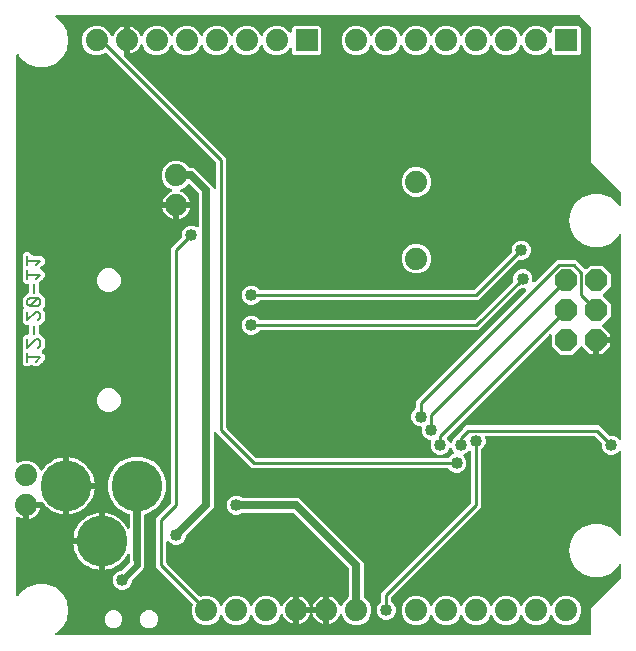
<source format=gbr>
G04 EAGLE Gerber RS-274X export*
G75*
%MOMM*%
%FSLAX34Y34*%
%LPD*%
%INBottom Copper*%
%IPPOS*%
%AMOC8*
5,1,8,0,0,1.08239X$1,22.5*%
G01*
%ADD10C,0.203200*%
%ADD11C,4.318000*%
%ADD12P,2.034460X8X292.500000*%
%ADD13C,1.879600*%
%ADD14R,1.879600X1.879600*%
%ADD15C,1.016000*%
%ADD16C,0.254000*%
%ADD17C,0.635000*%
%ADD18C,0.609600*%

G36*
X490084Y4080D02*
X490084Y4080D01*
X490203Y4087D01*
X490241Y4100D01*
X490282Y4105D01*
X490392Y4148D01*
X490505Y4185D01*
X490540Y4207D01*
X490577Y4222D01*
X490673Y4291D01*
X490774Y4355D01*
X490802Y4385D01*
X490835Y4408D01*
X490911Y4500D01*
X490992Y4587D01*
X491012Y4622D01*
X491037Y4653D01*
X491088Y4761D01*
X491146Y4865D01*
X491156Y4905D01*
X491173Y4941D01*
X491195Y5058D01*
X491225Y5173D01*
X491229Y5233D01*
X491233Y5253D01*
X491231Y5274D01*
X491235Y5334D01*
X491235Y27084D01*
X516264Y52112D01*
X516324Y52190D01*
X516392Y52262D01*
X516421Y52315D01*
X516458Y52363D01*
X516498Y52454D01*
X516546Y52541D01*
X516561Y52599D01*
X516585Y52655D01*
X516600Y52753D01*
X516625Y52849D01*
X516631Y52949D01*
X516635Y52969D01*
X516633Y52981D01*
X516635Y53009D01*
X516635Y63203D01*
X516617Y63348D01*
X516602Y63493D01*
X516597Y63506D01*
X516595Y63519D01*
X516542Y63654D01*
X516491Y63791D01*
X516483Y63802D01*
X516478Y63815D01*
X516393Y63932D01*
X516310Y64052D01*
X516299Y64061D01*
X516292Y64072D01*
X516180Y64165D01*
X516069Y64260D01*
X516057Y64266D01*
X516047Y64275D01*
X515915Y64337D01*
X515784Y64402D01*
X515771Y64405D01*
X515759Y64410D01*
X515617Y64438D01*
X515473Y64468D01*
X515460Y64468D01*
X515447Y64470D01*
X515302Y64461D01*
X515156Y64455D01*
X515142Y64451D01*
X515129Y64450D01*
X514991Y64406D01*
X514851Y64363D01*
X514839Y64356D01*
X514827Y64352D01*
X514704Y64275D01*
X514579Y64199D01*
X514569Y64189D01*
X514558Y64182D01*
X514458Y64076D01*
X514356Y63972D01*
X514346Y63957D01*
X514340Y63951D01*
X514332Y63936D01*
X514267Y63838D01*
X512885Y61445D01*
X506778Y56320D01*
X499286Y53593D01*
X491314Y53593D01*
X483822Y56320D01*
X477715Y61444D01*
X473729Y68349D01*
X472345Y76200D01*
X473729Y84051D01*
X477715Y90955D01*
X483822Y96080D01*
X491314Y98807D01*
X499286Y98807D01*
X506778Y96080D01*
X512885Y90956D01*
X514267Y88562D01*
X514355Y88446D01*
X514440Y88328D01*
X514451Y88319D01*
X514459Y88309D01*
X514573Y88218D01*
X514685Y88125D01*
X514698Y88119D01*
X514708Y88111D01*
X514842Y88051D01*
X514973Y87990D01*
X514986Y87987D01*
X514999Y87982D01*
X515143Y87957D01*
X515286Y87930D01*
X515299Y87931D01*
X515312Y87928D01*
X515458Y87941D01*
X515603Y87950D01*
X515616Y87954D01*
X515629Y87955D01*
X515767Y88003D01*
X515905Y88048D01*
X515917Y88055D01*
X515930Y88059D01*
X516051Y88140D01*
X516174Y88218D01*
X516183Y88228D01*
X516195Y88235D01*
X516292Y88343D01*
X516392Y88449D01*
X516399Y88461D01*
X516408Y88471D01*
X516475Y88601D01*
X516546Y88728D01*
X516549Y88741D01*
X516555Y88753D01*
X516589Y88895D01*
X516625Y89036D01*
X516626Y89054D01*
X516628Y89063D01*
X516628Y89080D01*
X516635Y89197D01*
X516635Y159175D01*
X516618Y159313D01*
X516605Y159452D01*
X516598Y159471D01*
X516595Y159491D01*
X516544Y159620D01*
X516497Y159751D01*
X516486Y159768D01*
X516478Y159786D01*
X516397Y159899D01*
X516319Y160014D01*
X516303Y160027D01*
X516292Y160044D01*
X516184Y160133D01*
X516080Y160225D01*
X516062Y160234D01*
X516047Y160247D01*
X515921Y160306D01*
X515797Y160369D01*
X515777Y160374D01*
X515759Y160382D01*
X515623Y160408D01*
X515487Y160439D01*
X515466Y160438D01*
X515447Y160442D01*
X515308Y160433D01*
X515169Y160429D01*
X515149Y160423D01*
X515129Y160422D01*
X514997Y160379D01*
X514863Y160341D01*
X514846Y160330D01*
X514827Y160324D01*
X514709Y160250D01*
X514589Y160179D01*
X514568Y160161D01*
X514558Y160154D01*
X514544Y160139D01*
X514469Y160073D01*
X512605Y158209D01*
X509617Y156971D01*
X506383Y156971D01*
X503395Y158209D01*
X501109Y160495D01*
X499871Y163483D01*
X499871Y166595D01*
X499859Y166694D01*
X499856Y166793D01*
X499839Y166851D01*
X499831Y166911D01*
X499795Y167003D01*
X499767Y167098D01*
X499737Y167150D01*
X499714Y167207D01*
X499656Y167287D01*
X499606Y167372D01*
X499540Y167447D01*
X499528Y167464D01*
X499518Y167472D01*
X499500Y167493D01*
X494137Y172856D01*
X494059Y172916D01*
X493986Y172984D01*
X493933Y173013D01*
X493886Y173050D01*
X493795Y173090D01*
X493708Y173138D01*
X493649Y173153D01*
X493594Y173177D01*
X493496Y173192D01*
X493400Y173217D01*
X493300Y173223D01*
X493280Y173227D01*
X493267Y173225D01*
X493239Y173227D01*
X402610Y173227D01*
X402560Y173221D01*
X402511Y173223D01*
X402403Y173201D01*
X402294Y173187D01*
X402248Y173169D01*
X402199Y173159D01*
X402101Y173111D01*
X401999Y173070D01*
X401958Y173041D01*
X401914Y173019D01*
X401830Y172948D01*
X401741Y172884D01*
X401709Y172845D01*
X401672Y172813D01*
X401609Y172723D01*
X401538Y172639D01*
X401517Y172594D01*
X401489Y172553D01*
X401450Y172450D01*
X401403Y172351D01*
X401394Y172302D01*
X401376Y172256D01*
X401364Y172146D01*
X401343Y172039D01*
X401346Y171989D01*
X401341Y171940D01*
X401356Y171831D01*
X401363Y171721D01*
X401378Y171674D01*
X401385Y171625D01*
X401437Y171472D01*
X401829Y170527D01*
X401829Y167293D01*
X400591Y164305D01*
X398390Y162105D01*
X398330Y162026D01*
X398262Y161954D01*
X398233Y161901D01*
X398196Y161853D01*
X398156Y161762D01*
X398108Y161676D01*
X398093Y161617D01*
X398069Y161562D01*
X398054Y161464D01*
X398029Y161368D01*
X398023Y161268D01*
X398019Y161247D01*
X398021Y161235D01*
X398019Y161207D01*
X398019Y112511D01*
X322190Y36683D01*
X322130Y36605D01*
X322062Y36532D01*
X322039Y36490D01*
X322027Y36477D01*
X322022Y36466D01*
X321996Y36432D01*
X321956Y36341D01*
X321908Y36254D01*
X321893Y36195D01*
X321869Y36140D01*
X321854Y36042D01*
X321829Y35946D01*
X321823Y35846D01*
X321819Y35826D01*
X321821Y35813D01*
X321819Y35785D01*
X321819Y33103D01*
X321831Y33005D01*
X321834Y32906D01*
X321851Y32847D01*
X321859Y32787D01*
X321895Y32695D01*
X321923Y32600D01*
X321953Y32548D01*
X321976Y32492D01*
X322034Y32412D01*
X322084Y32326D01*
X322150Y32251D01*
X322162Y32234D01*
X322172Y32226D01*
X322190Y32205D01*
X324391Y30005D01*
X325629Y27017D01*
X325629Y23783D01*
X324391Y20795D01*
X322105Y18509D01*
X319117Y17271D01*
X315883Y17271D01*
X312895Y18509D01*
X310609Y20795D01*
X309371Y23783D01*
X309371Y27017D01*
X310609Y30005D01*
X312810Y32205D01*
X312870Y32284D01*
X312938Y32356D01*
X312967Y32409D01*
X313004Y32457D01*
X313044Y32548D01*
X313092Y32634D01*
X313107Y32693D01*
X313131Y32748D01*
X313146Y32846D01*
X313171Y32942D01*
X313177Y33042D01*
X313181Y33063D01*
X313179Y33075D01*
X313181Y33103D01*
X313181Y39889D01*
X389010Y115717D01*
X389070Y115795D01*
X389138Y115868D01*
X389167Y115921D01*
X389204Y115968D01*
X389244Y116059D01*
X389292Y116146D01*
X389307Y116205D01*
X389331Y116260D01*
X389346Y116358D01*
X389371Y116454D01*
X389377Y116554D01*
X389381Y116574D01*
X389379Y116587D01*
X389381Y116615D01*
X389381Y159175D01*
X389364Y159313D01*
X389351Y159452D01*
X389344Y159471D01*
X389341Y159491D01*
X389290Y159620D01*
X389243Y159751D01*
X389232Y159768D01*
X389224Y159786D01*
X389143Y159899D01*
X389065Y160014D01*
X389049Y160027D01*
X389038Y160044D01*
X388930Y160133D01*
X388826Y160225D01*
X388808Y160234D01*
X388793Y160247D01*
X388667Y160306D01*
X388543Y160369D01*
X388523Y160374D01*
X388505Y160382D01*
X388369Y160408D01*
X388233Y160439D01*
X388212Y160438D01*
X388193Y160442D01*
X388054Y160433D01*
X387915Y160429D01*
X387895Y160423D01*
X387875Y160422D01*
X387743Y160379D01*
X387609Y160341D01*
X387592Y160330D01*
X387573Y160324D01*
X387455Y160250D01*
X387335Y160179D01*
X387314Y160161D01*
X387304Y160154D01*
X387290Y160139D01*
X387215Y160073D01*
X385351Y158209D01*
X383560Y157467D01*
X383517Y157443D01*
X383470Y157426D01*
X383379Y157364D01*
X383284Y157310D01*
X383248Y157275D01*
X383207Y157247D01*
X383135Y157165D01*
X383056Y157088D01*
X383030Y157046D01*
X382997Y157009D01*
X382947Y156911D01*
X382889Y156817D01*
X382875Y156770D01*
X382852Y156726D01*
X382828Y156618D01*
X382796Y156513D01*
X382793Y156464D01*
X382783Y156415D01*
X382786Y156305D01*
X382781Y156196D01*
X382791Y156147D01*
X382792Y156097D01*
X382823Y155992D01*
X382845Y155884D01*
X382867Y155840D01*
X382881Y155792D01*
X382936Y155697D01*
X382985Y155599D01*
X383017Y155561D01*
X383042Y155518D01*
X383149Y155397D01*
X384081Y154465D01*
X385319Y151477D01*
X385319Y148243D01*
X384081Y145255D01*
X381795Y142969D01*
X378807Y141731D01*
X375573Y141731D01*
X372585Y142969D01*
X370385Y145170D01*
X370306Y145230D01*
X370234Y145298D01*
X370181Y145327D01*
X370133Y145364D01*
X370042Y145404D01*
X369956Y145452D01*
X369897Y145467D01*
X369842Y145491D01*
X369744Y145506D01*
X369648Y145531D01*
X369548Y145537D01*
X369527Y145541D01*
X369515Y145539D01*
X369487Y145541D01*
X203951Y145541D01*
X176383Y173110D01*
X173490Y176002D01*
X173381Y176087D01*
X173274Y176176D01*
X173255Y176184D01*
X173239Y176197D01*
X173111Y176252D01*
X172986Y176311D01*
X172966Y176315D01*
X172947Y176323D01*
X172809Y176345D01*
X172673Y176371D01*
X172653Y176370D01*
X172633Y176373D01*
X172494Y176360D01*
X172356Y176351D01*
X172337Y176345D01*
X172317Y176343D01*
X172185Y176296D01*
X172054Y176253D01*
X172036Y176243D01*
X172017Y176236D01*
X171902Y176158D01*
X171785Y176083D01*
X171771Y176068D01*
X171754Y176057D01*
X171662Y175953D01*
X171567Y175852D01*
X171557Y175834D01*
X171544Y175819D01*
X171480Y175695D01*
X171413Y175573D01*
X171408Y175553D01*
X171399Y175535D01*
X171369Y175400D01*
X171334Y175265D01*
X171332Y175237D01*
X171329Y175225D01*
X171330Y175205D01*
X171324Y175104D01*
X171324Y113062D01*
X170376Y110775D01*
X148200Y88599D01*
X148140Y88521D01*
X148072Y88448D01*
X148043Y88395D01*
X148006Y88348D01*
X147966Y88257D01*
X147918Y88170D01*
X147903Y88111D01*
X147879Y88056D01*
X147864Y87958D01*
X147839Y87862D01*
X147833Y87762D01*
X147829Y87742D01*
X147831Y87729D01*
X147829Y87701D01*
X147829Y87283D01*
X146591Y84295D01*
X144305Y82009D01*
X141317Y80771D01*
X138083Y80771D01*
X135095Y82009D01*
X133485Y83619D01*
X133376Y83704D01*
X133269Y83793D01*
X133250Y83801D01*
X133234Y83814D01*
X133106Y83869D01*
X132981Y83928D01*
X132961Y83932D01*
X132942Y83940D01*
X132804Y83962D01*
X132668Y83988D01*
X132648Y83987D01*
X132628Y83990D01*
X132489Y83977D01*
X132351Y83968D01*
X132332Y83962D01*
X132312Y83960D01*
X132180Y83913D01*
X132049Y83870D01*
X132031Y83859D01*
X132012Y83852D01*
X131897Y83774D01*
X131780Y83700D01*
X131766Y83685D01*
X131749Y83674D01*
X131657Y83570D01*
X131562Y83468D01*
X131552Y83451D01*
X131539Y83435D01*
X131475Y83311D01*
X131408Y83190D01*
X131403Y83170D01*
X131394Y83152D01*
X131364Y83016D01*
X131329Y82882D01*
X131327Y82854D01*
X131324Y82842D01*
X131325Y82821D01*
X131319Y82721D01*
X131319Y65815D01*
X131331Y65716D01*
X131334Y65617D01*
X131351Y65559D01*
X131359Y65499D01*
X131395Y65407D01*
X131423Y65312D01*
X131453Y65260D01*
X131476Y65203D01*
X131534Y65123D01*
X131584Y65038D01*
X131650Y64963D01*
X131662Y64946D01*
X131672Y64938D01*
X131690Y64917D01*
X159293Y37315D01*
X159316Y37297D01*
X159335Y37274D01*
X159441Y37200D01*
X159544Y37120D01*
X159571Y37108D01*
X159595Y37091D01*
X159717Y37045D01*
X159836Y36994D01*
X159865Y36989D01*
X159893Y36978D01*
X160022Y36964D01*
X160150Y36944D01*
X160179Y36947D01*
X160209Y36943D01*
X160337Y36961D01*
X160467Y36974D01*
X160494Y36984D01*
X160524Y36988D01*
X160676Y37040D01*
X162624Y37847D01*
X167576Y37847D01*
X172150Y35952D01*
X175652Y32451D01*
X176627Y30095D01*
X176696Y29974D01*
X176761Y29852D01*
X176775Y29837D01*
X176785Y29819D01*
X176882Y29719D01*
X176975Y29616D01*
X176992Y29605D01*
X177006Y29591D01*
X177124Y29518D01*
X177241Y29442D01*
X177260Y29435D01*
X177277Y29424D01*
X177410Y29384D01*
X177542Y29338D01*
X177562Y29337D01*
X177581Y29331D01*
X177720Y29324D01*
X177859Y29313D01*
X177879Y29317D01*
X177899Y29316D01*
X178035Y29344D01*
X178172Y29368D01*
X178191Y29376D01*
X178210Y29380D01*
X178335Y29441D01*
X178462Y29498D01*
X178478Y29511D01*
X178496Y29520D01*
X178602Y29610D01*
X178710Y29697D01*
X178723Y29713D01*
X178738Y29726D01*
X178818Y29840D01*
X178902Y29951D01*
X178914Y29976D01*
X178921Y29986D01*
X178928Y30005D01*
X178973Y30095D01*
X179948Y32450D01*
X183450Y35952D01*
X188024Y37847D01*
X192976Y37847D01*
X197550Y35952D01*
X201052Y32451D01*
X202027Y30095D01*
X202096Y29974D01*
X202161Y29852D01*
X202175Y29837D01*
X202185Y29819D01*
X202282Y29719D01*
X202375Y29616D01*
X202392Y29605D01*
X202406Y29591D01*
X202524Y29518D01*
X202641Y29442D01*
X202660Y29435D01*
X202677Y29424D01*
X202810Y29384D01*
X202942Y29338D01*
X202962Y29337D01*
X202981Y29331D01*
X203120Y29324D01*
X203259Y29313D01*
X203279Y29317D01*
X203299Y29316D01*
X203435Y29344D01*
X203572Y29368D01*
X203591Y29376D01*
X203610Y29380D01*
X203735Y29441D01*
X203862Y29498D01*
X203878Y29511D01*
X203896Y29520D01*
X204002Y29610D01*
X204110Y29697D01*
X204123Y29713D01*
X204138Y29726D01*
X204218Y29840D01*
X204302Y29951D01*
X204314Y29976D01*
X204321Y29986D01*
X204328Y30005D01*
X204373Y30095D01*
X205348Y32450D01*
X208850Y35952D01*
X213424Y37847D01*
X218376Y37847D01*
X222950Y35952D01*
X226452Y32450D01*
X227705Y29425D01*
X227720Y29399D01*
X227729Y29370D01*
X227799Y29261D01*
X227863Y29148D01*
X227884Y29127D01*
X227900Y29102D01*
X227994Y29013D01*
X228084Y28920D01*
X228110Y28904D01*
X228131Y28884D01*
X228245Y28821D01*
X228355Y28754D01*
X228384Y28745D01*
X228410Y28731D01*
X228535Y28698D01*
X228659Y28660D01*
X228689Y28659D01*
X228718Y28651D01*
X228848Y28651D01*
X228977Y28645D01*
X229006Y28651D01*
X229036Y28651D01*
X229161Y28683D01*
X229288Y28709D01*
X229315Y28722D01*
X229344Y28730D01*
X229457Y28792D01*
X229574Y28849D01*
X229597Y28868D01*
X229623Y28883D01*
X229717Y28971D01*
X229816Y29055D01*
X229833Y29080D01*
X229855Y29100D01*
X229924Y29209D01*
X229999Y29315D01*
X230010Y29343D01*
X230026Y29369D01*
X230085Y29518D01*
X230236Y29983D01*
X231089Y31657D01*
X232194Y33178D01*
X233522Y34506D01*
X235043Y35611D01*
X236717Y36464D01*
X238504Y37045D01*
X238761Y37085D01*
X238761Y26670D01*
X238776Y26552D01*
X238783Y26433D01*
X238796Y26395D01*
X238801Y26355D01*
X238844Y26244D01*
X238881Y26131D01*
X238903Y26097D01*
X238918Y26059D01*
X238988Y25963D01*
X239051Y25862D01*
X239081Y25834D01*
X239104Y25802D01*
X239196Y25726D01*
X239283Y25644D01*
X239318Y25625D01*
X239349Y25599D01*
X239457Y25548D01*
X239561Y25491D01*
X239601Y25480D01*
X239637Y25463D01*
X239754Y25441D01*
X239869Y25411D01*
X239930Y25407D01*
X239950Y25403D01*
X239970Y25405D01*
X240030Y25401D01*
X241301Y25401D01*
X241301Y25399D01*
X240030Y25399D01*
X239912Y25384D01*
X239793Y25377D01*
X239755Y25364D01*
X239714Y25359D01*
X239604Y25315D01*
X239491Y25279D01*
X239456Y25257D01*
X239419Y25242D01*
X239323Y25172D01*
X239222Y25109D01*
X239194Y25079D01*
X239161Y25055D01*
X239086Y24964D01*
X239004Y24877D01*
X238984Y24842D01*
X238959Y24810D01*
X238908Y24703D01*
X238850Y24598D01*
X238840Y24559D01*
X238823Y24523D01*
X238801Y24406D01*
X238771Y24291D01*
X238767Y24230D01*
X238763Y24210D01*
X238765Y24190D01*
X238761Y24130D01*
X238761Y13715D01*
X238504Y13755D01*
X236717Y14336D01*
X235043Y15189D01*
X233522Y16294D01*
X232194Y17622D01*
X231089Y19143D01*
X230236Y20817D01*
X230085Y21282D01*
X230072Y21309D01*
X230065Y21338D01*
X230005Y21452D01*
X229950Y21570D01*
X229931Y21593D01*
X229917Y21619D01*
X229830Y21715D01*
X229747Y21815D01*
X229723Y21832D01*
X229703Y21854D01*
X229594Y21926D01*
X229490Y22002D01*
X229462Y22013D01*
X229437Y22029D01*
X229314Y22071D01*
X229194Y22119D01*
X229164Y22123D01*
X229136Y22132D01*
X229007Y22143D01*
X228879Y22159D01*
X228849Y22155D01*
X228819Y22158D01*
X228691Y22135D01*
X228563Y22119D01*
X228535Y22108D01*
X228506Y22103D01*
X228388Y22050D01*
X228267Y22002D01*
X228243Y21985D01*
X228216Y21973D01*
X228115Y21892D01*
X228010Y21816D01*
X227991Y21793D01*
X227967Y21774D01*
X227889Y21670D01*
X227807Y21571D01*
X227794Y21544D01*
X227776Y21520D01*
X227705Y21375D01*
X226452Y18350D01*
X222950Y14848D01*
X218376Y12953D01*
X213424Y12953D01*
X208850Y14848D01*
X205348Y18350D01*
X204373Y20705D01*
X204304Y20825D01*
X204239Y20948D01*
X204225Y20963D01*
X204215Y20981D01*
X204118Y21081D01*
X204025Y21184D01*
X204008Y21195D01*
X203994Y21209D01*
X203875Y21282D01*
X203759Y21358D01*
X203740Y21365D01*
X203723Y21376D01*
X203590Y21417D01*
X203458Y21462D01*
X203438Y21463D01*
X203419Y21469D01*
X203280Y21476D01*
X203141Y21487D01*
X203121Y21483D01*
X203101Y21484D01*
X202965Y21456D01*
X202828Y21432D01*
X202809Y21424D01*
X202790Y21420D01*
X202664Y21359D01*
X202538Y21302D01*
X202522Y21289D01*
X202504Y21280D01*
X202398Y21190D01*
X202290Y21103D01*
X202277Y21087D01*
X202262Y21074D01*
X202182Y20960D01*
X202098Y20849D01*
X202086Y20824D01*
X202079Y20814D01*
X202072Y20795D01*
X202027Y20705D01*
X201052Y18349D01*
X197550Y14848D01*
X192976Y12953D01*
X188024Y12953D01*
X183450Y14848D01*
X179948Y18350D01*
X178973Y20705D01*
X178904Y20825D01*
X178839Y20948D01*
X178825Y20963D01*
X178815Y20981D01*
X178718Y21081D01*
X178625Y21184D01*
X178608Y21195D01*
X178594Y21209D01*
X178475Y21282D01*
X178359Y21358D01*
X178340Y21365D01*
X178323Y21376D01*
X178190Y21417D01*
X178058Y21462D01*
X178038Y21463D01*
X178019Y21469D01*
X177880Y21476D01*
X177741Y21487D01*
X177721Y21483D01*
X177701Y21484D01*
X177565Y21456D01*
X177428Y21432D01*
X177409Y21424D01*
X177390Y21420D01*
X177264Y21359D01*
X177138Y21302D01*
X177122Y21289D01*
X177104Y21280D01*
X176998Y21190D01*
X176890Y21103D01*
X176877Y21087D01*
X176862Y21074D01*
X176782Y20960D01*
X176698Y20849D01*
X176686Y20824D01*
X176679Y20814D01*
X176672Y20795D01*
X176627Y20705D01*
X175652Y18349D01*
X172150Y14848D01*
X167576Y12953D01*
X162624Y12953D01*
X158050Y14848D01*
X154548Y18350D01*
X152653Y22924D01*
X152653Y27876D01*
X153460Y29824D01*
X153468Y29853D01*
X153481Y29879D01*
X153510Y30005D01*
X153544Y30131D01*
X153545Y30160D01*
X153551Y30189D01*
X153547Y30319D01*
X153549Y30449D01*
X153542Y30477D01*
X153541Y30507D01*
X153505Y30632D01*
X153475Y30758D01*
X153461Y30784D01*
X153453Y30812D01*
X153387Y30924D01*
X153326Y31039D01*
X153307Y31061D01*
X153292Y31086D01*
X153185Y31207D01*
X125583Y58810D01*
X122681Y61711D01*
X122681Y103389D01*
X135010Y115717D01*
X135070Y115795D01*
X135138Y115868D01*
X135167Y115921D01*
X135204Y115968D01*
X135244Y116059D01*
X135292Y116146D01*
X135307Y116205D01*
X135331Y116260D01*
X135346Y116358D01*
X135371Y116454D01*
X135377Y116554D01*
X135381Y116574D01*
X135379Y116587D01*
X135381Y116615D01*
X135381Y331989D01*
X143900Y340507D01*
X143960Y340585D01*
X144028Y340658D01*
X144057Y340711D01*
X144094Y340758D01*
X144134Y340849D01*
X144182Y340936D01*
X144197Y340995D01*
X144221Y341050D01*
X144236Y341148D01*
X144261Y341244D01*
X144267Y341344D01*
X144271Y341364D01*
X144269Y341377D01*
X144271Y341405D01*
X144271Y344517D01*
X145509Y347505D01*
X147795Y349791D01*
X150783Y351029D01*
X154017Y351029D01*
X157121Y349743D01*
X157169Y349730D01*
X157214Y349709D01*
X157322Y349688D01*
X157428Y349659D01*
X157478Y349658D01*
X157527Y349649D01*
X157636Y349656D01*
X157746Y349654D01*
X157794Y349665D01*
X157844Y349669D01*
X157948Y349702D01*
X158055Y349728D01*
X158099Y349751D01*
X158146Y349767D01*
X158239Y349825D01*
X158336Y349877D01*
X158373Y349910D01*
X158415Y349937D01*
X158490Y350017D01*
X158572Y350091D01*
X158599Y350132D01*
X158633Y350168D01*
X158686Y350265D01*
X158746Y350356D01*
X158763Y350403D01*
X158787Y350447D01*
X158814Y350553D01*
X158850Y350657D01*
X158854Y350707D01*
X158866Y350755D01*
X158876Y350915D01*
X158876Y377896D01*
X158864Y377994D01*
X158861Y378094D01*
X158844Y378152D01*
X158836Y378212D01*
X158800Y378304D01*
X158772Y378399D01*
X158742Y378451D01*
X158719Y378508D01*
X158661Y378588D01*
X158611Y378673D01*
X158545Y378748D01*
X158533Y378765D01*
X158523Y378773D01*
X158505Y378794D01*
X151348Y385951D01*
X151254Y386024D01*
X151165Y386102D01*
X151129Y386121D01*
X151097Y386145D01*
X150987Y386193D01*
X150881Y386247D01*
X150842Y386256D01*
X150805Y386272D01*
X150687Y386290D01*
X150571Y386317D01*
X150531Y386315D01*
X150491Y386322D01*
X150372Y386310D01*
X150253Y386307D01*
X150214Y386296D01*
X150174Y386292D01*
X150062Y386252D01*
X149948Y386218D01*
X149913Y386198D01*
X149875Y386184D01*
X149776Y386117D01*
X149674Y386057D01*
X149628Y386017D01*
X149612Y386006D01*
X149598Y385990D01*
X149553Y385951D01*
X146750Y383148D01*
X143725Y381895D01*
X143699Y381880D01*
X143670Y381871D01*
X143561Y381801D01*
X143448Y381737D01*
X143427Y381716D01*
X143402Y381700D01*
X143313Y381606D01*
X143220Y381516D01*
X143204Y381490D01*
X143184Y381469D01*
X143121Y381355D01*
X143054Y381245D01*
X143045Y381216D01*
X143031Y381190D01*
X142998Y381065D01*
X142960Y380941D01*
X142959Y380911D01*
X142951Y380882D01*
X142951Y380752D01*
X142945Y380623D01*
X142951Y380594D01*
X142951Y380564D01*
X142983Y380439D01*
X143009Y380312D01*
X143022Y380285D01*
X143030Y380256D01*
X143092Y380143D01*
X143149Y380026D01*
X143168Y380003D01*
X143183Y379977D01*
X143271Y379883D01*
X143355Y379784D01*
X143380Y379767D01*
X143400Y379745D01*
X143509Y379676D01*
X143615Y379601D01*
X143643Y379590D01*
X143669Y379574D01*
X143818Y379515D01*
X144283Y379364D01*
X145957Y378511D01*
X147478Y377406D01*
X148806Y376078D01*
X149911Y374557D01*
X150764Y372883D01*
X151345Y371096D01*
X151385Y370839D01*
X140970Y370839D01*
X140852Y370824D01*
X140733Y370817D01*
X140695Y370804D01*
X140655Y370799D01*
X140544Y370756D01*
X140431Y370719D01*
X140397Y370697D01*
X140359Y370682D01*
X140263Y370612D01*
X140162Y370549D01*
X140134Y370519D01*
X140102Y370495D01*
X140026Y370404D01*
X139944Y370317D01*
X139925Y370282D01*
X139899Y370251D01*
X139848Y370143D01*
X139791Y370039D01*
X139780Y369999D01*
X139763Y369963D01*
X139741Y369846D01*
X139711Y369731D01*
X139707Y369670D01*
X139703Y369650D01*
X139705Y369630D01*
X139701Y369570D01*
X139701Y368299D01*
X139699Y368299D01*
X139699Y369570D01*
X139684Y369688D01*
X139677Y369807D01*
X139664Y369845D01*
X139659Y369885D01*
X139615Y369996D01*
X139579Y370109D01*
X139557Y370144D01*
X139542Y370181D01*
X139472Y370277D01*
X139409Y370378D01*
X139379Y370406D01*
X139355Y370439D01*
X139264Y370514D01*
X139177Y370596D01*
X139142Y370616D01*
X139110Y370641D01*
X139003Y370692D01*
X138898Y370750D01*
X138859Y370760D01*
X138823Y370777D01*
X138706Y370799D01*
X138591Y370829D01*
X138530Y370833D01*
X138510Y370837D01*
X138490Y370835D01*
X138430Y370839D01*
X128015Y370839D01*
X128055Y371096D01*
X128636Y372883D01*
X129489Y374557D01*
X130594Y376078D01*
X131922Y377406D01*
X133443Y378511D01*
X135117Y379364D01*
X135582Y379515D01*
X135609Y379528D01*
X135638Y379535D01*
X135752Y379595D01*
X135870Y379650D01*
X135893Y379669D01*
X135919Y379683D01*
X136015Y379770D01*
X136115Y379853D01*
X136132Y379877D01*
X136154Y379897D01*
X136226Y380006D01*
X136302Y380110D01*
X136313Y380138D01*
X136329Y380163D01*
X136371Y380286D01*
X136419Y380406D01*
X136423Y380436D01*
X136432Y380464D01*
X136443Y380593D01*
X136459Y380721D01*
X136455Y380751D01*
X136458Y380781D01*
X136435Y380909D01*
X136419Y381037D01*
X136408Y381065D01*
X136403Y381094D01*
X136350Y381212D01*
X136302Y381333D01*
X136285Y381357D01*
X136273Y381384D01*
X136192Y381485D01*
X136116Y381590D01*
X136093Y381609D01*
X136074Y381633D01*
X135970Y381711D01*
X135871Y381793D01*
X135844Y381806D01*
X135820Y381824D01*
X135675Y381895D01*
X132650Y383148D01*
X129148Y386650D01*
X127253Y391224D01*
X127253Y396176D01*
X129148Y400750D01*
X132650Y404252D01*
X137224Y406147D01*
X142176Y406147D01*
X146750Y404252D01*
X150252Y400750D01*
X150270Y400707D01*
X150284Y400682D01*
X150293Y400654D01*
X150363Y400544D01*
X150427Y400431D01*
X150448Y400410D01*
X150464Y400385D01*
X150558Y400296D01*
X150649Y400203D01*
X150674Y400187D01*
X150695Y400167D01*
X150809Y400104D01*
X150920Y400036D01*
X150948Y400028D01*
X150974Y400013D01*
X151100Y399981D01*
X151224Y399943D01*
X151253Y399941D01*
X151282Y399934D01*
X151442Y399924D01*
X153638Y399924D01*
X155925Y398976D01*
X170376Y384525D01*
X171039Y382924D01*
X171074Y382864D01*
X171100Y382799D01*
X171152Y382726D01*
X171197Y382648D01*
X171245Y382598D01*
X171286Y382542D01*
X171356Y382484D01*
X171418Y382420D01*
X171478Y382383D01*
X171531Y382339D01*
X171613Y382300D01*
X171689Y382253D01*
X171756Y382233D01*
X171819Y382203D01*
X171907Y382186D01*
X171993Y382160D01*
X172063Y382157D01*
X172132Y382143D01*
X172221Y382149D01*
X172311Y382145D01*
X172379Y382159D01*
X172449Y382163D01*
X172534Y382191D01*
X172622Y382209D01*
X172685Y382240D01*
X172751Y382261D01*
X172827Y382309D01*
X172908Y382349D01*
X172961Y382394D01*
X173020Y382431D01*
X173082Y382497D01*
X173150Y382555D01*
X173190Y382612D01*
X173238Y382663D01*
X173281Y382742D01*
X173333Y382815D01*
X173358Y382880D01*
X173392Y382941D01*
X173414Y383028D01*
X173446Y383112D01*
X173454Y383182D01*
X173471Y383249D01*
X173481Y383410D01*
X173481Y404085D01*
X173469Y404184D01*
X173466Y404283D01*
X173449Y404341D01*
X173441Y404401D01*
X173405Y404493D01*
X173377Y404588D01*
X173347Y404640D01*
X173324Y404697D01*
X173266Y404777D01*
X173216Y404862D01*
X173150Y404937D01*
X173138Y404954D01*
X173128Y404962D01*
X173110Y404983D01*
X80891Y497201D01*
X80868Y497219D01*
X80849Y497242D01*
X80743Y497316D01*
X80640Y497396D01*
X80613Y497408D01*
X80589Y497425D01*
X80467Y497471D01*
X80348Y497522D01*
X80319Y497527D01*
X80291Y497537D01*
X80162Y497552D01*
X80034Y497572D01*
X80005Y497569D01*
X79975Y497573D01*
X79847Y497555D01*
X79718Y497542D01*
X79690Y497532D01*
X79660Y497528D01*
X79508Y497476D01*
X74866Y495553D01*
X69914Y495553D01*
X65340Y497448D01*
X61838Y500950D01*
X59943Y505524D01*
X59943Y510476D01*
X61838Y515050D01*
X65340Y518552D01*
X69914Y520447D01*
X74866Y520447D01*
X79440Y518552D01*
X82942Y515050D01*
X84195Y512025D01*
X84210Y511999D01*
X84219Y511970D01*
X84289Y511861D01*
X84353Y511748D01*
X84374Y511727D01*
X84389Y511702D01*
X84484Y511613D01*
X84574Y511520D01*
X84599Y511504D01*
X84621Y511484D01*
X84735Y511421D01*
X84845Y511354D01*
X84874Y511345D01*
X84900Y511331D01*
X85025Y511298D01*
X85149Y511260D01*
X85179Y511259D01*
X85208Y511251D01*
X85337Y511251D01*
X85467Y511245D01*
X85496Y511251D01*
X85526Y511251D01*
X85651Y511283D01*
X85778Y511309D01*
X85805Y511322D01*
X85834Y511330D01*
X85947Y511392D01*
X86064Y511449D01*
X86087Y511468D01*
X86113Y511483D01*
X86207Y511571D01*
X86306Y511655D01*
X86323Y511680D01*
X86345Y511700D01*
X86414Y511809D01*
X86489Y511915D01*
X86500Y511943D01*
X86516Y511968D01*
X86575Y512118D01*
X86726Y512583D01*
X87579Y514257D01*
X88684Y515778D01*
X90012Y517106D01*
X91533Y518211D01*
X93207Y519064D01*
X94994Y519645D01*
X95251Y519685D01*
X95251Y509270D01*
X95266Y509152D01*
X95273Y509033D01*
X95286Y508995D01*
X95291Y508955D01*
X95334Y508844D01*
X95371Y508731D01*
X95393Y508697D01*
X95408Y508659D01*
X95478Y508563D01*
X95541Y508462D01*
X95571Y508434D01*
X95594Y508402D01*
X95686Y508326D01*
X95773Y508244D01*
X95808Y508225D01*
X95839Y508199D01*
X95947Y508148D01*
X96051Y508091D01*
X96091Y508080D01*
X96127Y508063D01*
X96244Y508041D01*
X96359Y508011D01*
X96420Y508007D01*
X96440Y508003D01*
X96460Y508005D01*
X96520Y508001D01*
X99060Y508001D01*
X99178Y508016D01*
X99297Y508023D01*
X99335Y508036D01*
X99375Y508041D01*
X99486Y508085D01*
X99599Y508121D01*
X99634Y508143D01*
X99671Y508158D01*
X99767Y508228D01*
X99868Y508291D01*
X99896Y508321D01*
X99929Y508345D01*
X100004Y508436D01*
X100086Y508523D01*
X100106Y508558D01*
X100131Y508590D01*
X100182Y508697D01*
X100240Y508802D01*
X100250Y508841D01*
X100267Y508877D01*
X100289Y508994D01*
X100319Y509109D01*
X100323Y509170D01*
X100327Y509190D01*
X100325Y509210D01*
X100329Y509270D01*
X100329Y519685D01*
X100586Y519645D01*
X102373Y519064D01*
X104047Y518211D01*
X105568Y517106D01*
X106896Y515778D01*
X108001Y514257D01*
X108854Y512583D01*
X109005Y512118D01*
X109018Y512091D01*
X109025Y512062D01*
X109085Y511947D01*
X109140Y511830D01*
X109159Y511807D01*
X109173Y511781D01*
X109261Y511685D01*
X109343Y511585D01*
X109367Y511568D01*
X109387Y511546D01*
X109496Y511474D01*
X109600Y511398D01*
X109628Y511387D01*
X109653Y511371D01*
X109776Y511329D01*
X109896Y511281D01*
X109926Y511277D01*
X109954Y511268D01*
X110083Y511257D01*
X110211Y511241D01*
X110241Y511245D01*
X110271Y511242D01*
X110399Y511265D01*
X110527Y511281D01*
X110555Y511292D01*
X110584Y511297D01*
X110702Y511350D01*
X110823Y511398D01*
X110847Y511415D01*
X110874Y511427D01*
X110975Y511508D01*
X111080Y511584D01*
X111099Y511607D01*
X111123Y511626D01*
X111200Y511729D01*
X111283Y511829D01*
X111296Y511856D01*
X111314Y511880D01*
X111385Y512025D01*
X112638Y515050D01*
X116140Y518552D01*
X120714Y520447D01*
X125666Y520447D01*
X130240Y518552D01*
X133742Y515050D01*
X134717Y512695D01*
X134786Y512575D01*
X134851Y512452D01*
X134865Y512437D01*
X134875Y512419D01*
X134972Y512319D01*
X135065Y512216D01*
X135082Y512205D01*
X135096Y512191D01*
X135215Y512118D01*
X135331Y512042D01*
X135350Y512035D01*
X135367Y512024D01*
X135500Y511984D01*
X135632Y511938D01*
X135652Y511937D01*
X135671Y511931D01*
X135810Y511924D01*
X135949Y511913D01*
X135969Y511917D01*
X135989Y511916D01*
X136125Y511944D01*
X136262Y511968D01*
X136281Y511976D01*
X136300Y511980D01*
X136426Y512041D01*
X136552Y512098D01*
X136568Y512111D01*
X136586Y512120D01*
X136692Y512210D01*
X136800Y512297D01*
X136813Y512313D01*
X136828Y512326D01*
X136908Y512440D01*
X136992Y512551D01*
X137004Y512576D01*
X137011Y512586D01*
X137018Y512605D01*
X137063Y512695D01*
X138038Y515050D01*
X141540Y518552D01*
X146114Y520447D01*
X151066Y520447D01*
X155640Y518552D01*
X159142Y515050D01*
X160117Y512695D01*
X160186Y512575D01*
X160251Y512452D01*
X160265Y512437D01*
X160275Y512419D01*
X160372Y512319D01*
X160465Y512216D01*
X160482Y512205D01*
X160496Y512191D01*
X160615Y512118D01*
X160731Y512042D01*
X160750Y512035D01*
X160767Y512024D01*
X160900Y511984D01*
X161032Y511938D01*
X161052Y511937D01*
X161071Y511931D01*
X161210Y511924D01*
X161349Y511913D01*
X161369Y511917D01*
X161389Y511916D01*
X161525Y511944D01*
X161662Y511968D01*
X161681Y511976D01*
X161700Y511980D01*
X161826Y512041D01*
X161952Y512098D01*
X161968Y512111D01*
X161986Y512120D01*
X162092Y512210D01*
X162200Y512297D01*
X162213Y512313D01*
X162228Y512326D01*
X162308Y512440D01*
X162392Y512551D01*
X162404Y512576D01*
X162411Y512586D01*
X162418Y512605D01*
X162463Y512695D01*
X163438Y515050D01*
X166940Y518552D01*
X171514Y520447D01*
X176466Y520447D01*
X181040Y518552D01*
X184542Y515050D01*
X185517Y512695D01*
X185586Y512575D01*
X185651Y512452D01*
X185665Y512437D01*
X185675Y512419D01*
X185772Y512319D01*
X185865Y512216D01*
X185882Y512205D01*
X185896Y512191D01*
X186015Y512118D01*
X186131Y512042D01*
X186150Y512035D01*
X186167Y512024D01*
X186300Y511984D01*
X186432Y511938D01*
X186452Y511937D01*
X186471Y511931D01*
X186610Y511924D01*
X186749Y511913D01*
X186769Y511917D01*
X186789Y511916D01*
X186925Y511944D01*
X187062Y511968D01*
X187081Y511976D01*
X187100Y511980D01*
X187226Y512041D01*
X187352Y512098D01*
X187368Y512111D01*
X187386Y512120D01*
X187492Y512210D01*
X187600Y512297D01*
X187613Y512313D01*
X187628Y512326D01*
X187708Y512440D01*
X187792Y512551D01*
X187804Y512576D01*
X187811Y512586D01*
X187818Y512605D01*
X187863Y512695D01*
X188838Y515050D01*
X192340Y518552D01*
X196914Y520447D01*
X201866Y520447D01*
X206440Y518552D01*
X209942Y515050D01*
X210917Y512695D01*
X210986Y512575D01*
X211051Y512452D01*
X211065Y512437D01*
X211075Y512419D01*
X211172Y512319D01*
X211265Y512216D01*
X211282Y512205D01*
X211296Y512191D01*
X211415Y512118D01*
X211531Y512042D01*
X211550Y512035D01*
X211567Y512024D01*
X211700Y511984D01*
X211832Y511938D01*
X211852Y511937D01*
X211871Y511931D01*
X212010Y511924D01*
X212149Y511913D01*
X212169Y511917D01*
X212189Y511916D01*
X212325Y511944D01*
X212462Y511968D01*
X212481Y511976D01*
X212500Y511980D01*
X212626Y512041D01*
X212752Y512098D01*
X212768Y512111D01*
X212786Y512120D01*
X212892Y512210D01*
X213000Y512297D01*
X213013Y512313D01*
X213028Y512326D01*
X213108Y512440D01*
X213192Y512551D01*
X213204Y512576D01*
X213211Y512586D01*
X213218Y512605D01*
X213263Y512695D01*
X214238Y515050D01*
X217740Y518552D01*
X222314Y520447D01*
X227266Y520447D01*
X231840Y518552D01*
X235356Y515036D01*
X235362Y515023D01*
X235414Y514950D01*
X235459Y514872D01*
X235507Y514822D01*
X235548Y514765D01*
X235618Y514708D01*
X235680Y514644D01*
X235740Y514607D01*
X235793Y514562D01*
X235875Y514524D01*
X235951Y514477D01*
X236018Y514457D01*
X236081Y514427D01*
X236169Y514410D01*
X236255Y514384D01*
X236325Y514380D01*
X236394Y514367D01*
X236483Y514373D01*
X236573Y514368D01*
X236641Y514383D01*
X236711Y514387D01*
X236796Y514415D01*
X236884Y514433D01*
X236947Y514463D01*
X237013Y514485D01*
X237089Y514533D01*
X237170Y514572D01*
X237223Y514618D01*
X237282Y514655D01*
X237344Y514720D01*
X237412Y514779D01*
X237452Y514836D01*
X237500Y514887D01*
X237543Y514965D01*
X237595Y515039D01*
X237620Y515104D01*
X237654Y515165D01*
X237676Y515252D01*
X237708Y515336D01*
X237716Y515406D01*
X237733Y515473D01*
X237743Y515634D01*
X237743Y518661D01*
X239529Y520447D01*
X260851Y520447D01*
X262637Y518661D01*
X262637Y497339D01*
X260851Y495553D01*
X239529Y495553D01*
X237743Y497339D01*
X237743Y500366D01*
X237735Y500435D01*
X237736Y500505D01*
X237722Y500562D01*
X237721Y500578D01*
X237714Y500601D01*
X237703Y500682D01*
X237678Y500747D01*
X237661Y500815D01*
X237619Y500894D01*
X237586Y500977D01*
X237545Y501034D01*
X237513Y501096D01*
X237452Y501162D01*
X237400Y501235D01*
X237346Y501279D01*
X237299Y501331D01*
X237224Y501380D01*
X237155Y501438D01*
X237091Y501467D01*
X237033Y501506D01*
X236948Y501535D01*
X236867Y501573D01*
X236798Y501586D01*
X236732Y501609D01*
X236643Y501616D01*
X236555Y501633D01*
X236485Y501628D01*
X236415Y501634D01*
X236327Y501619D01*
X236237Y501613D01*
X236171Y501592D01*
X236102Y501580D01*
X236020Y501543D01*
X235935Y501515D01*
X235876Y501478D01*
X235812Y501449D01*
X235742Y501393D01*
X235666Y501345D01*
X235618Y501294D01*
X235563Y501250D01*
X235510Y501179D01*
X235448Y501113D01*
X235414Y501052D01*
X235372Y500996D01*
X235356Y500964D01*
X231840Y497448D01*
X227266Y495553D01*
X222314Y495553D01*
X217740Y497448D01*
X214238Y500950D01*
X213263Y503305D01*
X213194Y503425D01*
X213129Y503548D01*
X213115Y503563D01*
X213105Y503581D01*
X213008Y503681D01*
X212915Y503784D01*
X212898Y503795D01*
X212884Y503809D01*
X212766Y503882D01*
X212649Y503958D01*
X212630Y503965D01*
X212613Y503976D01*
X212480Y504016D01*
X212348Y504062D01*
X212328Y504063D01*
X212309Y504069D01*
X212170Y504076D01*
X212031Y504087D01*
X212011Y504083D01*
X211991Y504084D01*
X211855Y504056D01*
X211718Y504032D01*
X211699Y504024D01*
X211680Y504020D01*
X211555Y503959D01*
X211428Y503902D01*
X211412Y503889D01*
X211394Y503880D01*
X211288Y503790D01*
X211180Y503703D01*
X211167Y503687D01*
X211152Y503674D01*
X211072Y503560D01*
X210988Y503449D01*
X210976Y503424D01*
X210969Y503414D01*
X210962Y503395D01*
X210917Y503305D01*
X209942Y500950D01*
X206440Y497448D01*
X201866Y495553D01*
X196914Y495553D01*
X192340Y497448D01*
X188838Y500950D01*
X187863Y503305D01*
X187794Y503425D01*
X187729Y503548D01*
X187715Y503563D01*
X187705Y503581D01*
X187608Y503681D01*
X187515Y503784D01*
X187498Y503795D01*
X187484Y503809D01*
X187366Y503882D01*
X187249Y503958D01*
X187230Y503965D01*
X187213Y503976D01*
X187080Y504016D01*
X186948Y504062D01*
X186928Y504063D01*
X186909Y504069D01*
X186770Y504076D01*
X186631Y504087D01*
X186611Y504083D01*
X186591Y504084D01*
X186455Y504056D01*
X186318Y504032D01*
X186299Y504024D01*
X186280Y504020D01*
X186155Y503959D01*
X186028Y503902D01*
X186012Y503889D01*
X185994Y503880D01*
X185888Y503790D01*
X185780Y503703D01*
X185767Y503687D01*
X185752Y503674D01*
X185672Y503560D01*
X185588Y503449D01*
X185576Y503424D01*
X185569Y503414D01*
X185562Y503395D01*
X185517Y503305D01*
X184542Y500950D01*
X181040Y497448D01*
X176466Y495553D01*
X171514Y495553D01*
X166940Y497448D01*
X163438Y500950D01*
X162463Y503305D01*
X162394Y503425D01*
X162329Y503548D01*
X162315Y503563D01*
X162305Y503581D01*
X162208Y503681D01*
X162115Y503784D01*
X162098Y503795D01*
X162084Y503809D01*
X161966Y503882D01*
X161849Y503958D01*
X161830Y503965D01*
X161813Y503976D01*
X161680Y504016D01*
X161548Y504062D01*
X161528Y504063D01*
X161509Y504069D01*
X161370Y504076D01*
X161231Y504087D01*
X161211Y504083D01*
X161191Y504084D01*
X161055Y504056D01*
X160918Y504032D01*
X160899Y504024D01*
X160880Y504020D01*
X160755Y503959D01*
X160628Y503902D01*
X160612Y503889D01*
X160594Y503880D01*
X160488Y503790D01*
X160380Y503703D01*
X160367Y503687D01*
X160352Y503674D01*
X160272Y503560D01*
X160188Y503449D01*
X160176Y503424D01*
X160169Y503414D01*
X160162Y503395D01*
X160117Y503305D01*
X159142Y500950D01*
X155640Y497448D01*
X151066Y495553D01*
X146114Y495553D01*
X141540Y497448D01*
X138038Y500950D01*
X137063Y503305D01*
X136994Y503425D01*
X136929Y503548D01*
X136915Y503563D01*
X136905Y503581D01*
X136808Y503681D01*
X136715Y503784D01*
X136698Y503795D01*
X136684Y503809D01*
X136566Y503882D01*
X136449Y503958D01*
X136430Y503965D01*
X136413Y503976D01*
X136280Y504016D01*
X136148Y504062D01*
X136128Y504063D01*
X136109Y504069D01*
X135970Y504076D01*
X135831Y504087D01*
X135811Y504083D01*
X135791Y504084D01*
X135655Y504056D01*
X135518Y504032D01*
X135499Y504024D01*
X135480Y504020D01*
X135355Y503959D01*
X135228Y503902D01*
X135212Y503889D01*
X135194Y503880D01*
X135088Y503790D01*
X134980Y503703D01*
X134967Y503687D01*
X134952Y503674D01*
X134872Y503560D01*
X134788Y503449D01*
X134776Y503424D01*
X134769Y503414D01*
X134762Y503395D01*
X134717Y503305D01*
X133742Y500950D01*
X130240Y497448D01*
X125666Y495553D01*
X120714Y495553D01*
X116140Y497448D01*
X112638Y500950D01*
X111385Y503975D01*
X111370Y504001D01*
X111361Y504030D01*
X111292Y504139D01*
X111227Y504252D01*
X111206Y504273D01*
X111190Y504298D01*
X111096Y504387D01*
X111006Y504480D01*
X110980Y504496D01*
X110959Y504516D01*
X110845Y504579D01*
X110735Y504646D01*
X110706Y504655D01*
X110680Y504669D01*
X110554Y504702D01*
X110431Y504740D01*
X110401Y504741D01*
X110372Y504749D01*
X110242Y504749D01*
X110113Y504755D01*
X110084Y504749D01*
X110054Y504749D01*
X109928Y504717D01*
X109802Y504691D01*
X109775Y504678D01*
X109746Y504670D01*
X109632Y504608D01*
X109516Y504551D01*
X109493Y504532D01*
X109467Y504517D01*
X109372Y504429D01*
X109274Y504345D01*
X109257Y504320D01*
X109235Y504300D01*
X109166Y504191D01*
X109091Y504085D01*
X109080Y504057D01*
X109064Y504031D01*
X109005Y503882D01*
X108854Y503417D01*
X108001Y501743D01*
X106896Y500222D01*
X105568Y498894D01*
X104047Y497789D01*
X102373Y496936D01*
X100586Y496355D01*
X100329Y496315D01*
X100329Y506730D01*
X100314Y506848D01*
X100307Y506967D01*
X100294Y507005D01*
X100289Y507045D01*
X100246Y507156D01*
X100209Y507269D01*
X100187Y507303D01*
X100172Y507341D01*
X100102Y507437D01*
X100039Y507538D01*
X100009Y507566D01*
X99985Y507598D01*
X99894Y507674D01*
X99807Y507756D01*
X99772Y507775D01*
X99741Y507801D01*
X99633Y507852D01*
X99529Y507909D01*
X99489Y507920D01*
X99453Y507937D01*
X99336Y507959D01*
X99221Y507989D01*
X99160Y507993D01*
X99140Y507997D01*
X99120Y507995D01*
X99060Y507999D01*
X96520Y507999D01*
X96402Y507984D01*
X96283Y507977D01*
X96245Y507964D01*
X96204Y507959D01*
X96094Y507915D01*
X95981Y507879D01*
X95946Y507857D01*
X95909Y507842D01*
X95813Y507772D01*
X95712Y507709D01*
X95684Y507679D01*
X95651Y507655D01*
X95576Y507564D01*
X95494Y507477D01*
X95474Y507442D01*
X95449Y507410D01*
X95398Y507303D01*
X95340Y507198D01*
X95330Y507159D01*
X95313Y507123D01*
X95291Y507006D01*
X95261Y506891D01*
X95257Y506830D01*
X95253Y506810D01*
X95255Y506790D01*
X95251Y506730D01*
X95251Y495583D01*
X95263Y495484D01*
X95266Y495385D01*
X95283Y495327D01*
X95291Y495267D01*
X95327Y495175D01*
X95355Y495080D01*
X95385Y495028D01*
X95408Y494971D01*
X95466Y494891D01*
X95516Y494806D01*
X95582Y494731D01*
X95594Y494714D01*
X95604Y494706D01*
X95623Y494685D01*
X182119Y408189D01*
X182119Y180115D01*
X182131Y180016D01*
X182134Y179917D01*
X182151Y179859D01*
X182159Y179799D01*
X182195Y179707D01*
X182223Y179612D01*
X182253Y179560D01*
X182276Y179503D01*
X182334Y179423D01*
X182384Y179338D01*
X182450Y179263D01*
X182462Y179246D01*
X182472Y179238D01*
X182490Y179217D01*
X207157Y154550D01*
X207235Y154490D01*
X207308Y154422D01*
X207361Y154393D01*
X207408Y154356D01*
X207499Y154316D01*
X207586Y154268D01*
X207645Y154253D01*
X207700Y154229D01*
X207798Y154214D01*
X207894Y154189D01*
X207994Y154183D01*
X208014Y154179D01*
X208027Y154181D01*
X208055Y154179D01*
X369487Y154179D01*
X369585Y154191D01*
X369684Y154194D01*
X369743Y154211D01*
X369803Y154219D01*
X369895Y154255D01*
X369990Y154283D01*
X370042Y154313D01*
X370098Y154336D01*
X370178Y154394D01*
X370264Y154444D01*
X370339Y154510D01*
X370356Y154522D01*
X370364Y154532D01*
X370385Y154550D01*
X372585Y156751D01*
X374376Y157493D01*
X374419Y157517D01*
X374466Y157534D01*
X374557Y157596D01*
X374652Y157650D01*
X374688Y157685D01*
X374729Y157713D01*
X374801Y157795D01*
X374880Y157872D01*
X374906Y157914D01*
X374939Y157951D01*
X374989Y158049D01*
X375047Y158143D01*
X375061Y158190D01*
X375084Y158234D01*
X375108Y158342D01*
X375140Y158447D01*
X375143Y158496D01*
X375153Y158545D01*
X375150Y158655D01*
X375155Y158764D01*
X375145Y158813D01*
X375144Y158863D01*
X375113Y158968D01*
X375091Y159076D01*
X375069Y159120D01*
X375055Y159168D01*
X375000Y159263D01*
X374951Y159361D01*
X374919Y159399D01*
X374894Y159442D01*
X374787Y159563D01*
X373855Y160495D01*
X373156Y162183D01*
X373087Y162304D01*
X373022Y162427D01*
X373008Y162442D01*
X372998Y162460D01*
X372901Y162560D01*
X372808Y162662D01*
X372791Y162673D01*
X372777Y162688D01*
X372659Y162761D01*
X372542Y162837D01*
X372523Y162844D01*
X372506Y162854D01*
X372373Y162895D01*
X372241Y162940D01*
X372221Y162942D01*
X372202Y162948D01*
X372063Y162955D01*
X371924Y162966D01*
X371904Y162962D01*
X371884Y162963D01*
X371748Y162935D01*
X371611Y162911D01*
X371592Y162903D01*
X371573Y162899D01*
X371448Y162838D01*
X371321Y162781D01*
X371305Y162768D01*
X371287Y162759D01*
X371181Y162669D01*
X371073Y162582D01*
X371060Y162566D01*
X371045Y162553D01*
X370965Y162439D01*
X370881Y162328D01*
X370869Y162303D01*
X370862Y162293D01*
X370855Y162273D01*
X370810Y162183D01*
X370111Y160495D01*
X367825Y158209D01*
X364837Y156971D01*
X361603Y156971D01*
X358615Y158209D01*
X356329Y160495D01*
X355091Y163483D01*
X355091Y166717D01*
X355588Y167916D01*
X355601Y167964D01*
X355622Y168009D01*
X355643Y168117D01*
X355672Y168223D01*
X355673Y168273D01*
X355682Y168322D01*
X355675Y168431D01*
X355677Y168541D01*
X355665Y168589D01*
X355662Y168639D01*
X355629Y168743D01*
X355603Y168850D01*
X355580Y168894D01*
X355564Y168941D01*
X355506Y169034D01*
X355454Y169131D01*
X355421Y169168D01*
X355394Y169210D01*
X355314Y169285D01*
X355240Y169367D01*
X355199Y169394D01*
X355163Y169428D01*
X355066Y169481D01*
X354975Y169541D01*
X354928Y169558D01*
X354884Y169582D01*
X354778Y169609D01*
X354674Y169645D01*
X354624Y169649D01*
X354576Y169661D01*
X354415Y169671D01*
X353983Y169671D01*
X350995Y170909D01*
X348709Y173195D01*
X347471Y176183D01*
X347471Y179428D01*
X347476Y179439D01*
X347497Y179547D01*
X347526Y179653D01*
X347527Y179703D01*
X347536Y179752D01*
X347529Y179861D01*
X347531Y179971D01*
X347519Y180019D01*
X347516Y180069D01*
X347483Y180173D01*
X347457Y180280D01*
X347434Y180324D01*
X347418Y180371D01*
X347360Y180464D01*
X347308Y180561D01*
X347275Y180598D01*
X347248Y180640D01*
X347168Y180715D01*
X347094Y180797D01*
X347053Y180824D01*
X347017Y180858D01*
X346920Y180911D01*
X346829Y180971D01*
X346782Y180988D01*
X346738Y181012D01*
X346632Y181039D01*
X346528Y181075D01*
X346478Y181079D01*
X346430Y181091D01*
X346269Y181101D01*
X345093Y181101D01*
X342105Y182339D01*
X339819Y184625D01*
X338581Y187613D01*
X338581Y190847D01*
X339819Y193835D01*
X342020Y196035D01*
X342080Y196114D01*
X342148Y196186D01*
X342177Y196239D01*
X342214Y196287D01*
X342254Y196378D01*
X342302Y196464D01*
X342317Y196523D01*
X342341Y196578D01*
X342356Y196676D01*
X342381Y196772D01*
X342387Y196872D01*
X342391Y196892D01*
X342389Y196905D01*
X342391Y196933D01*
X342391Y202449D01*
X345293Y205350D01*
X435717Y295775D01*
X435802Y295884D01*
X435891Y295991D01*
X435899Y296010D01*
X435912Y296026D01*
X435967Y296154D01*
X436026Y296279D01*
X436030Y296299D01*
X436038Y296318D01*
X436060Y296456D01*
X436086Y296592D01*
X436085Y296612D01*
X436088Y296632D01*
X436075Y296771D01*
X436066Y296909D01*
X436060Y296928D01*
X436058Y296948D01*
X436011Y297080D01*
X435968Y297211D01*
X435958Y297229D01*
X435951Y297248D01*
X435873Y297363D01*
X435798Y297480D01*
X435783Y297494D01*
X435772Y297511D01*
X435668Y297603D01*
X435567Y297698D01*
X435549Y297708D01*
X435534Y297721D01*
X435410Y297784D01*
X435288Y297852D01*
X435268Y297857D01*
X435250Y297866D01*
X435115Y297896D01*
X434980Y297931D01*
X434952Y297933D01*
X434940Y297936D01*
X434920Y297935D01*
X434819Y297941D01*
X431575Y297941D01*
X431476Y297929D01*
X431377Y297926D01*
X431319Y297909D01*
X431259Y297901D01*
X431167Y297865D01*
X431072Y297837D01*
X431020Y297807D01*
X430963Y297784D01*
X430883Y297726D01*
X430798Y297676D01*
X430723Y297610D01*
X430706Y297598D01*
X430698Y297588D01*
X430677Y297570D01*
X395489Y262381D01*
X210903Y262381D01*
X210805Y262369D01*
X210706Y262366D01*
X210647Y262349D01*
X210587Y262341D01*
X210495Y262305D01*
X210400Y262277D01*
X210348Y262247D01*
X210292Y262224D01*
X210212Y262166D01*
X210126Y262116D01*
X210051Y262050D01*
X210034Y262038D01*
X210026Y262028D01*
X210005Y262010D01*
X207805Y259809D01*
X204817Y258571D01*
X201583Y258571D01*
X198595Y259809D01*
X196309Y262095D01*
X195071Y265083D01*
X195071Y268317D01*
X196309Y271305D01*
X198595Y273591D01*
X201583Y274829D01*
X204817Y274829D01*
X207805Y273591D01*
X210005Y271390D01*
X210084Y271330D01*
X210156Y271262D01*
X210209Y271233D01*
X210257Y271196D01*
X210348Y271156D01*
X210434Y271108D01*
X210493Y271093D01*
X210548Y271069D01*
X210646Y271054D01*
X210742Y271029D01*
X210842Y271023D01*
X210863Y271019D01*
X210875Y271021D01*
X210903Y271019D01*
X391385Y271019D01*
X391484Y271031D01*
X391583Y271034D01*
X391641Y271051D01*
X391701Y271059D01*
X391793Y271095D01*
X391888Y271123D01*
X391940Y271153D01*
X391997Y271176D01*
X392077Y271234D01*
X392162Y271284D01*
X392237Y271350D01*
X392254Y271362D01*
X392262Y271372D01*
X392283Y271390D01*
X424570Y303677D01*
X424630Y303755D01*
X424698Y303828D01*
X424727Y303881D01*
X424764Y303928D01*
X424804Y304019D01*
X424852Y304106D01*
X424867Y304165D01*
X424891Y304220D01*
X424906Y304318D01*
X424931Y304414D01*
X424937Y304514D01*
X424941Y304534D01*
X424939Y304547D01*
X424941Y304575D01*
X424941Y307687D01*
X426179Y310675D01*
X428465Y312961D01*
X431453Y314199D01*
X434687Y314199D01*
X437675Y312961D01*
X439961Y310675D01*
X441199Y307687D01*
X441199Y304321D01*
X441216Y304183D01*
X441229Y304044D01*
X441236Y304025D01*
X441239Y304005D01*
X441290Y303876D01*
X441337Y303745D01*
X441348Y303728D01*
X441356Y303709D01*
X441437Y303597D01*
X441515Y303482D01*
X441531Y303468D01*
X441542Y303452D01*
X441650Y303363D01*
X441754Y303271D01*
X441772Y303262D01*
X441787Y303249D01*
X441913Y303190D01*
X442037Y303127D01*
X442057Y303122D01*
X442075Y303114D01*
X442211Y303088D01*
X442347Y303057D01*
X442368Y303058D01*
X442387Y303054D01*
X442526Y303063D01*
X442665Y303067D01*
X442685Y303072D01*
X442705Y303074D01*
X442837Y303116D01*
X442971Y303155D01*
X442988Y303165D01*
X443007Y303172D01*
X443125Y303246D01*
X443245Y303317D01*
X443266Y303335D01*
X443276Y303342D01*
X443290Y303357D01*
X443365Y303423D01*
X461761Y321819D01*
X478039Y321819D01*
X485480Y314377D01*
X485574Y314304D01*
X485663Y314226D01*
X485699Y314207D01*
X485731Y314183D01*
X485841Y314135D01*
X485947Y314081D01*
X485986Y314072D01*
X486023Y314056D01*
X486141Y314037D01*
X486257Y314011D01*
X486297Y314013D01*
X486337Y314006D01*
X486456Y314017D01*
X486575Y314021D01*
X486614Y314032D01*
X486654Y314036D01*
X486766Y314076D01*
X486880Y314110D01*
X486915Y314130D01*
X486953Y314144D01*
X487052Y314211D01*
X487154Y314271D01*
X487200Y314311D01*
X487216Y314322D01*
X487230Y314338D01*
X487275Y314377D01*
X490144Y317247D01*
X500456Y317247D01*
X507747Y309956D01*
X507747Y299644D01*
X501100Y292998D01*
X501027Y292903D01*
X500948Y292814D01*
X500930Y292778D01*
X500905Y292746D01*
X500858Y292637D01*
X500803Y292531D01*
X500795Y292492D01*
X500779Y292454D01*
X500760Y292337D01*
X500734Y292221D01*
X500735Y292180D01*
X500729Y292140D01*
X500740Y292022D01*
X500743Y291903D01*
X500755Y291864D01*
X500758Y291824D01*
X500799Y291711D01*
X500832Y291597D01*
X500852Y291563D01*
X500866Y291524D01*
X500933Y291426D01*
X500993Y291323D01*
X501033Y291278D01*
X501045Y291261D01*
X501060Y291248D01*
X501100Y291203D01*
X507747Y284556D01*
X507747Y274244D01*
X500741Y267238D01*
X500668Y267144D01*
X500589Y267055D01*
X500570Y267019D01*
X500546Y266987D01*
X500498Y266878D01*
X500444Y266772D01*
X500435Y266732D01*
X500419Y266695D01*
X500401Y266577D01*
X500375Y266461D01*
X500376Y266421D01*
X500369Y266381D01*
X500381Y266262D01*
X500384Y266144D01*
X500395Y266105D01*
X500399Y266064D01*
X500440Y265952D01*
X500473Y265838D01*
X500493Y265803D01*
X500507Y265765D01*
X500574Y265666D01*
X500634Y265564D01*
X500674Y265519D01*
X500685Y265502D01*
X500701Y265489D01*
X500741Y265443D01*
X507239Y258945D01*
X507239Y256539D01*
X496570Y256539D01*
X496452Y256524D01*
X496333Y256517D01*
X496295Y256504D01*
X496255Y256499D01*
X496144Y256456D01*
X496031Y256419D01*
X495997Y256397D01*
X495959Y256382D01*
X495863Y256312D01*
X495762Y256249D01*
X495734Y256219D01*
X495702Y256195D01*
X495626Y256104D01*
X495544Y256017D01*
X495525Y255982D01*
X495499Y255951D01*
X495448Y255843D01*
X495391Y255739D01*
X495380Y255699D01*
X495363Y255663D01*
X495341Y255546D01*
X495311Y255431D01*
X495307Y255370D01*
X495303Y255350D01*
X495305Y255330D01*
X495301Y255270D01*
X495301Y253999D01*
X494030Y253999D01*
X493912Y253984D01*
X493793Y253977D01*
X493755Y253964D01*
X493714Y253959D01*
X493604Y253915D01*
X493491Y253879D01*
X493456Y253857D01*
X493419Y253842D01*
X493323Y253772D01*
X493222Y253709D01*
X493194Y253679D01*
X493161Y253655D01*
X493086Y253564D01*
X493004Y253477D01*
X492984Y253442D01*
X492959Y253410D01*
X492908Y253303D01*
X492850Y253198D01*
X492840Y253159D01*
X492823Y253123D01*
X492801Y253006D01*
X492771Y252891D01*
X492767Y252830D01*
X492763Y252810D01*
X492765Y252790D01*
X492761Y252730D01*
X492761Y242061D01*
X490355Y242061D01*
X483857Y248559D01*
X483763Y248632D01*
X483673Y248711D01*
X483637Y248730D01*
X483605Y248754D01*
X483496Y248802D01*
X483390Y248856D01*
X483351Y248865D01*
X483314Y248881D01*
X483196Y248899D01*
X483080Y248925D01*
X483040Y248924D01*
X482999Y248931D01*
X482881Y248919D01*
X482762Y248916D01*
X482723Y248905D01*
X482683Y248901D01*
X482571Y248860D01*
X482456Y248827D01*
X482422Y248807D01*
X482384Y248793D01*
X482285Y248726D01*
X482183Y248666D01*
X482137Y248626D01*
X482120Y248615D01*
X482107Y248599D01*
X482062Y248559D01*
X475056Y241553D01*
X464744Y241553D01*
X457453Y248844D01*
X457453Y257781D01*
X457436Y257919D01*
X457423Y258058D01*
X457416Y258077D01*
X457413Y258097D01*
X457362Y258226D01*
X457315Y258357D01*
X457304Y258374D01*
X457296Y258393D01*
X457215Y258505D01*
X457137Y258620D01*
X457121Y258634D01*
X457110Y258650D01*
X457002Y258739D01*
X456898Y258831D01*
X456880Y258840D01*
X456865Y258853D01*
X456739Y258912D01*
X456615Y258975D01*
X456595Y258980D01*
X456577Y258988D01*
X456441Y259014D01*
X456305Y259045D01*
X456284Y259044D01*
X456265Y259048D01*
X456126Y259039D01*
X455987Y259035D01*
X455967Y259030D01*
X455947Y259028D01*
X455815Y258986D01*
X455681Y258947D01*
X455664Y258937D01*
X455645Y258930D01*
X455527Y258856D01*
X455407Y258785D01*
X455386Y258767D01*
X455376Y258760D01*
X455362Y258745D01*
X455287Y258679D01*
X369109Y172502D01*
X369036Y172407D01*
X368957Y172318D01*
X368948Y172299D01*
X368937Y172286D01*
X368929Y172269D01*
X368914Y172250D01*
X368867Y172141D01*
X368813Y172035D01*
X368808Y172012D01*
X368801Y171999D01*
X368798Y171983D01*
X368788Y171958D01*
X368769Y171841D01*
X368743Y171725D01*
X368744Y171698D01*
X368742Y171686D01*
X368743Y171672D01*
X368738Y171644D01*
X368749Y171526D01*
X368753Y171407D01*
X368761Y171380D01*
X368761Y171369D01*
X368765Y171358D01*
X368768Y171328D01*
X368808Y171216D01*
X368841Y171101D01*
X368856Y171076D01*
X368859Y171066D01*
X368865Y171057D01*
X368875Y171028D01*
X368942Y170930D01*
X369003Y170827D01*
X369043Y170782D01*
X369054Y170765D01*
X369069Y170752D01*
X369109Y170707D01*
X370111Y169705D01*
X370810Y168017D01*
X370879Y167896D01*
X370944Y167773D01*
X370958Y167758D01*
X370968Y167740D01*
X371065Y167640D01*
X371158Y167538D01*
X371175Y167527D01*
X371189Y167512D01*
X371308Y167439D01*
X371424Y167363D01*
X371443Y167356D01*
X371460Y167346D01*
X371593Y167305D01*
X371725Y167260D01*
X371745Y167258D01*
X371764Y167252D01*
X371903Y167245D01*
X372042Y167234D01*
X372062Y167238D01*
X372082Y167237D01*
X372218Y167265D01*
X372355Y167289D01*
X372374Y167297D01*
X372393Y167301D01*
X372519Y167362D01*
X372645Y167419D01*
X372661Y167432D01*
X372679Y167441D01*
X372785Y167531D01*
X372893Y167618D01*
X372906Y167634D01*
X372921Y167647D01*
X373001Y167761D01*
X373085Y167872D01*
X373097Y167897D01*
X373104Y167907D01*
X373111Y167926D01*
X373156Y168017D01*
X373855Y169705D01*
X376056Y171905D01*
X376116Y171984D01*
X376184Y172056D01*
X376213Y172109D01*
X376250Y172157D01*
X376290Y172248D01*
X376338Y172334D01*
X376353Y172393D01*
X376377Y172448D01*
X376392Y172546D01*
X376417Y172642D01*
X376423Y172742D01*
X376427Y172763D01*
X376425Y172775D01*
X376427Y172803D01*
X376427Y172985D01*
X379329Y175886D01*
X382406Y178963D01*
X385307Y181865D01*
X497343Y181865D01*
X505607Y173600D01*
X505685Y173540D01*
X505757Y173472D01*
X505810Y173443D01*
X505858Y173406D01*
X505949Y173366D01*
X506036Y173318D01*
X506095Y173303D01*
X506150Y173279D01*
X506248Y173264D01*
X506344Y173239D01*
X506444Y173233D01*
X506464Y173229D01*
X506477Y173231D01*
X506505Y173229D01*
X509617Y173229D01*
X512605Y171991D01*
X514469Y170127D01*
X514578Y170042D01*
X514685Y169953D01*
X514704Y169945D01*
X514720Y169932D01*
X514848Y169877D01*
X514973Y169818D01*
X514993Y169814D01*
X515012Y169806D01*
X515150Y169784D01*
X515286Y169758D01*
X515306Y169759D01*
X515326Y169756D01*
X515465Y169769D01*
X515603Y169778D01*
X515622Y169784D01*
X515642Y169786D01*
X515774Y169833D01*
X515905Y169876D01*
X515923Y169887D01*
X515942Y169894D01*
X516057Y169972D01*
X516174Y170046D01*
X516188Y170061D01*
X516205Y170072D01*
X516297Y170176D01*
X516392Y170278D01*
X516402Y170295D01*
X516415Y170311D01*
X516479Y170435D01*
X516546Y170556D01*
X516551Y170576D01*
X516560Y170594D01*
X516590Y170730D01*
X516625Y170864D01*
X516627Y170892D01*
X516630Y170904D01*
X516629Y170925D01*
X516635Y171025D01*
X516635Y342603D01*
X516617Y342748D01*
X516602Y342893D01*
X516597Y342906D01*
X516595Y342919D01*
X516542Y343054D01*
X516491Y343191D01*
X516483Y343202D01*
X516478Y343215D01*
X516393Y343332D01*
X516310Y343452D01*
X516299Y343461D01*
X516292Y343472D01*
X516180Y343565D01*
X516069Y343660D01*
X516057Y343666D01*
X516047Y343675D01*
X515915Y343737D01*
X515784Y343802D01*
X515771Y343805D01*
X515759Y343810D01*
X515617Y343838D01*
X515473Y343868D01*
X515460Y343868D01*
X515447Y343870D01*
X515302Y343861D01*
X515156Y343855D01*
X515142Y343851D01*
X515129Y343850D01*
X514991Y343806D01*
X514851Y343763D01*
X514839Y343756D01*
X514827Y343752D01*
X514704Y343675D01*
X514579Y343599D01*
X514569Y343589D01*
X514558Y343582D01*
X514458Y343476D01*
X514356Y343372D01*
X514346Y343357D01*
X514340Y343351D01*
X514332Y343336D01*
X514267Y343238D01*
X512885Y340845D01*
X506778Y335720D01*
X499286Y332993D01*
X491314Y332993D01*
X483822Y335720D01*
X477715Y340844D01*
X473729Y347749D01*
X472345Y355600D01*
X473729Y363451D01*
X477715Y370355D01*
X483822Y375480D01*
X491314Y378207D01*
X499286Y378207D01*
X506778Y375480D01*
X512885Y370356D01*
X514267Y367962D01*
X514355Y367846D01*
X514440Y367728D01*
X514451Y367719D01*
X514459Y367709D01*
X514573Y367618D01*
X514685Y367525D01*
X514698Y367519D01*
X514708Y367511D01*
X514842Y367451D01*
X514973Y367390D01*
X514986Y367387D01*
X514999Y367382D01*
X515143Y367357D01*
X515286Y367330D01*
X515299Y367331D01*
X515312Y367328D01*
X515458Y367341D01*
X515603Y367350D01*
X515616Y367354D01*
X515629Y367355D01*
X515767Y367403D01*
X515905Y367448D01*
X515917Y367455D01*
X515930Y367459D01*
X516051Y367540D01*
X516174Y367618D01*
X516183Y367628D01*
X516195Y367635D01*
X516292Y367743D01*
X516392Y367849D01*
X516399Y367861D01*
X516408Y367871D01*
X516475Y368001D01*
X516546Y368128D01*
X516549Y368141D01*
X516555Y368153D01*
X516589Y368295D01*
X516625Y368436D01*
X516626Y368454D01*
X516628Y368463D01*
X516628Y368480D01*
X516635Y368597D01*
X516635Y378791D01*
X516623Y378889D01*
X516620Y378988D01*
X516603Y379046D01*
X516595Y379106D01*
X516559Y379198D01*
X516531Y379293D01*
X516501Y379345D01*
X516478Y379402D01*
X516420Y379482D01*
X516370Y379567D01*
X516304Y379643D01*
X516292Y379659D01*
X516282Y379667D01*
X516264Y379688D01*
X491235Y404716D01*
X491235Y518491D01*
X491223Y518589D01*
X491220Y518688D01*
X491203Y518746D01*
X491195Y518806D01*
X491159Y518898D01*
X491131Y518993D01*
X491101Y519045D01*
X491078Y519102D01*
X491020Y519182D01*
X490970Y519267D01*
X490904Y519343D01*
X490892Y519359D01*
X490882Y519367D01*
X490864Y519388D01*
X481288Y528964D01*
X481210Y529024D01*
X481138Y529092D01*
X481085Y529121D01*
X481037Y529158D01*
X480946Y529198D01*
X480859Y529246D01*
X480801Y529261D01*
X480745Y529285D01*
X480647Y529300D01*
X480551Y529325D01*
X480451Y529331D01*
X480431Y529335D01*
X480419Y529333D01*
X480391Y529335D01*
X38631Y529335D01*
X38595Y529331D01*
X38560Y529333D01*
X38438Y529311D01*
X38315Y529295D01*
X38282Y529282D01*
X38247Y529276D01*
X38135Y529224D01*
X38019Y529178D01*
X37991Y529158D01*
X37959Y529143D01*
X37862Y529064D01*
X37762Y528992D01*
X37739Y528964D01*
X37712Y528942D01*
X37639Y528842D01*
X37559Y528747D01*
X37544Y528715D01*
X37523Y528686D01*
X37477Y528571D01*
X37424Y528459D01*
X37417Y528424D01*
X37404Y528391D01*
X37387Y528268D01*
X37364Y528147D01*
X37366Y528111D01*
X37361Y528076D01*
X37376Y527953D01*
X37384Y527829D01*
X37395Y527795D01*
X37399Y527760D01*
X37444Y527644D01*
X37482Y527527D01*
X37501Y527497D01*
X37513Y527464D01*
X37586Y527363D01*
X37652Y527258D01*
X37678Y527234D01*
X37698Y527205D01*
X37815Y527094D01*
X42985Y522756D01*
X46971Y515851D01*
X48355Y508000D01*
X46971Y500149D01*
X42985Y493245D01*
X36878Y488120D01*
X29386Y485393D01*
X21414Y485393D01*
X13922Y488120D01*
X7815Y493244D01*
X6433Y495638D01*
X6345Y495754D01*
X6260Y495872D01*
X6249Y495881D01*
X6241Y495891D01*
X6127Y495982D01*
X6015Y496075D01*
X6002Y496081D01*
X5992Y496089D01*
X5858Y496149D01*
X5727Y496210D01*
X5714Y496213D01*
X5701Y496218D01*
X5557Y496243D01*
X5414Y496270D01*
X5401Y496269D01*
X5388Y496272D01*
X5242Y496259D01*
X5097Y496250D01*
X5084Y496246D01*
X5071Y496245D01*
X4933Y496197D01*
X4795Y496152D01*
X4783Y496145D01*
X4770Y496141D01*
X4649Y496060D01*
X4526Y495982D01*
X4517Y495972D01*
X4505Y495965D01*
X4408Y495857D01*
X4308Y495751D01*
X4301Y495739D01*
X4292Y495729D01*
X4225Y495599D01*
X4154Y495472D01*
X4151Y495459D01*
X4145Y495447D01*
X4111Y495304D01*
X4075Y495164D01*
X4074Y495146D01*
X4072Y495137D01*
X4072Y495120D01*
X4065Y495003D01*
X4065Y151495D01*
X4071Y151446D01*
X4069Y151396D01*
X4091Y151289D01*
X4105Y151179D01*
X4123Y151133D01*
X4133Y151085D01*
X4181Y150986D01*
X4222Y150884D01*
X4251Y150844D01*
X4273Y150799D01*
X4344Y150715D01*
X4408Y150626D01*
X4447Y150595D01*
X4479Y150557D01*
X4569Y150494D01*
X4653Y150424D01*
X4698Y150402D01*
X4739Y150374D01*
X4842Y150335D01*
X4941Y150288D01*
X4990Y150279D01*
X5036Y150261D01*
X5146Y150249D01*
X5253Y150228D01*
X5303Y150231D01*
X5352Y150226D01*
X5461Y150241D01*
X5571Y150248D01*
X5618Y150263D01*
X5667Y150270D01*
X5820Y150322D01*
X10224Y152147D01*
X15176Y152147D01*
X19750Y150252D01*
X23252Y146750D01*
X24213Y144430D01*
X24220Y144418D01*
X24222Y144412D01*
X24230Y144400D01*
X24239Y144371D01*
X24308Y144264D01*
X24370Y144154D01*
X24393Y144131D01*
X24411Y144103D01*
X24503Y144017D01*
X24592Y143926D01*
X24620Y143909D01*
X24643Y143886D01*
X24755Y143826D01*
X24863Y143759D01*
X24894Y143750D01*
X24923Y143734D01*
X25046Y143703D01*
X25167Y143666D01*
X25199Y143664D01*
X25231Y143656D01*
X25358Y143657D01*
X25484Y143651D01*
X25517Y143657D01*
X25549Y143657D01*
X25671Y143689D01*
X25796Y143715D01*
X25825Y143729D01*
X25857Y143738D01*
X25968Y143799D01*
X26082Y143855D01*
X26106Y143876D01*
X26135Y143892D01*
X26227Y143979D01*
X26324Y144061D01*
X26342Y144088D01*
X26366Y144110D01*
X26460Y144241D01*
X26809Y144796D01*
X28499Y146915D01*
X30415Y148831D01*
X32534Y150521D01*
X34829Y151963D01*
X37271Y153139D01*
X39829Y154034D01*
X42472Y154637D01*
X43981Y154807D01*
X43981Y132080D01*
X43996Y131962D01*
X44003Y131843D01*
X44016Y131805D01*
X44021Y131765D01*
X44064Y131654D01*
X44101Y131541D01*
X44123Y131507D01*
X44138Y131469D01*
X44208Y131373D01*
X44271Y131272D01*
X44301Y131244D01*
X44324Y131212D01*
X44416Y131136D01*
X44503Y131054D01*
X44538Y131035D01*
X44569Y131009D01*
X44677Y130958D01*
X44781Y130901D01*
X44821Y130890D01*
X44857Y130873D01*
X44974Y130851D01*
X45089Y130821D01*
X45150Y130817D01*
X45170Y130813D01*
X45190Y130815D01*
X45250Y130811D01*
X46521Y130811D01*
X46521Y130809D01*
X45250Y130809D01*
X45132Y130794D01*
X45013Y130787D01*
X44975Y130774D01*
X44934Y130769D01*
X44824Y130725D01*
X44711Y130689D01*
X44676Y130667D01*
X44639Y130652D01*
X44543Y130582D01*
X44442Y130519D01*
X44414Y130489D01*
X44381Y130465D01*
X44306Y130374D01*
X44224Y130287D01*
X44204Y130252D01*
X44179Y130220D01*
X44128Y130113D01*
X44070Y130008D01*
X44060Y129969D01*
X44043Y129933D01*
X44021Y129816D01*
X43991Y129701D01*
X43987Y129640D01*
X43983Y129620D01*
X43985Y129600D01*
X43981Y129540D01*
X43981Y106813D01*
X42472Y106983D01*
X39829Y107586D01*
X37271Y108481D01*
X34829Y109657D01*
X32534Y111099D01*
X30415Y112789D01*
X28499Y114705D01*
X26786Y116853D01*
X26678Y116958D01*
X26572Y117064D01*
X26564Y117069D01*
X26558Y117075D01*
X26427Y117150D01*
X26298Y117226D01*
X26290Y117229D01*
X26282Y117233D01*
X26136Y117273D01*
X25993Y117315D01*
X25984Y117315D01*
X25976Y117318D01*
X25825Y117321D01*
X25675Y117325D01*
X25666Y117323D01*
X25658Y117324D01*
X25511Y117289D01*
X25365Y117256D01*
X25357Y117252D01*
X25348Y117250D01*
X25214Y117180D01*
X25081Y117112D01*
X25075Y117106D01*
X25067Y117102D01*
X24954Y117000D01*
X24842Y116902D01*
X24837Y116895D01*
X24831Y116889D01*
X24798Y116839D01*
X13970Y116839D01*
X13852Y116824D01*
X13733Y116817D01*
X13695Y116804D01*
X13655Y116799D01*
X13544Y116756D01*
X13431Y116719D01*
X13397Y116697D01*
X13359Y116682D01*
X13263Y116612D01*
X13162Y116549D01*
X13134Y116519D01*
X13102Y116495D01*
X13026Y116404D01*
X12944Y116317D01*
X12925Y116282D01*
X12899Y116251D01*
X12848Y116143D01*
X12791Y116039D01*
X12780Y115999D01*
X12763Y115963D01*
X12741Y115846D01*
X12711Y115731D01*
X12707Y115670D01*
X12703Y115650D01*
X12705Y115630D01*
X12701Y115570D01*
X12701Y114299D01*
X11430Y114299D01*
X11312Y114284D01*
X11193Y114277D01*
X11155Y114264D01*
X11114Y114259D01*
X11004Y114215D01*
X10891Y114179D01*
X10856Y114157D01*
X10819Y114142D01*
X10723Y114072D01*
X10622Y114009D01*
X10594Y113979D01*
X10561Y113955D01*
X10486Y113864D01*
X10404Y113777D01*
X10384Y113742D01*
X10359Y113710D01*
X10308Y113603D01*
X10250Y113498D01*
X10240Y113459D01*
X10223Y113423D01*
X10201Y113306D01*
X10171Y113191D01*
X10167Y113130D01*
X10163Y113110D01*
X10165Y113090D01*
X10161Y113030D01*
X10161Y102615D01*
X9904Y102655D01*
X8117Y103236D01*
X6443Y104089D01*
X6080Y104353D01*
X6045Y104372D01*
X6015Y104397D01*
X5906Y104448D01*
X5801Y104506D01*
X5763Y104516D01*
X5727Y104533D01*
X5609Y104555D01*
X5493Y104585D01*
X5454Y104585D01*
X5414Y104592D01*
X5295Y104585D01*
X5175Y104585D01*
X5137Y104575D01*
X5097Y104573D01*
X4983Y104536D01*
X4867Y104506D01*
X4832Y104487D01*
X4795Y104475D01*
X4694Y104411D01*
X4589Y104353D01*
X4559Y104326D01*
X4526Y104305D01*
X4444Y104217D01*
X4357Y104135D01*
X4335Y104102D01*
X4308Y104073D01*
X4250Y103968D01*
X4186Y103867D01*
X4174Y103829D01*
X4154Y103794D01*
X4125Y103679D01*
X4087Y103565D01*
X4085Y103525D01*
X4075Y103486D01*
X4065Y103326D01*
X4065Y38397D01*
X4083Y38252D01*
X4098Y38107D01*
X4103Y38094D01*
X4105Y38081D01*
X4158Y37946D01*
X4209Y37809D01*
X4217Y37798D01*
X4222Y37785D01*
X4307Y37668D01*
X4390Y37548D01*
X4401Y37539D01*
X4408Y37528D01*
X4520Y37435D01*
X4631Y37340D01*
X4643Y37334D01*
X4653Y37325D01*
X4785Y37263D01*
X4916Y37198D01*
X4929Y37195D01*
X4941Y37190D01*
X5083Y37162D01*
X5227Y37132D01*
X5240Y37132D01*
X5253Y37130D01*
X5398Y37139D01*
X5544Y37145D01*
X5558Y37149D01*
X5571Y37150D01*
X5709Y37194D01*
X5849Y37237D01*
X5861Y37244D01*
X5873Y37248D01*
X5996Y37325D01*
X6121Y37401D01*
X6131Y37411D01*
X6142Y37418D01*
X6242Y37524D01*
X6344Y37628D01*
X6354Y37643D01*
X6360Y37649D01*
X6368Y37664D01*
X6433Y37762D01*
X7815Y40155D01*
X13922Y45280D01*
X21414Y48007D01*
X29386Y48007D01*
X36878Y45280D01*
X42985Y40156D01*
X46971Y33251D01*
X48355Y25400D01*
X46971Y17549D01*
X42985Y10645D01*
X37815Y6306D01*
X37791Y6280D01*
X37762Y6260D01*
X37683Y6164D01*
X37599Y6073D01*
X37582Y6042D01*
X37559Y6015D01*
X37506Y5902D01*
X37447Y5793D01*
X37439Y5759D01*
X37424Y5727D01*
X37401Y5605D01*
X37370Y5485D01*
X37371Y5449D01*
X37364Y5414D01*
X37372Y5291D01*
X37373Y5167D01*
X37382Y5132D01*
X37384Y5097D01*
X37422Y4979D01*
X37454Y4859D01*
X37471Y4828D01*
X37482Y4795D01*
X37548Y4690D01*
X37609Y4581D01*
X37633Y4556D01*
X37652Y4526D01*
X37742Y4441D01*
X37828Y4351D01*
X37858Y4332D01*
X37884Y4308D01*
X37992Y4248D01*
X38097Y4182D01*
X38131Y4171D01*
X38162Y4154D01*
X38282Y4123D01*
X38400Y4086D01*
X38436Y4084D01*
X38470Y4075D01*
X38631Y4065D01*
X489966Y4065D01*
X490084Y4080D01*
G37*
%LPC*%
G36*
X289624Y495553D02*
X289624Y495553D01*
X285050Y497448D01*
X281548Y500950D01*
X279653Y505524D01*
X279653Y510476D01*
X281548Y515050D01*
X285050Y518552D01*
X289624Y520447D01*
X294576Y520447D01*
X299150Y518552D01*
X302652Y515050D01*
X303627Y512695D01*
X303696Y512575D01*
X303761Y512452D01*
X303775Y512437D01*
X303785Y512419D01*
X303882Y512319D01*
X303975Y512216D01*
X303992Y512205D01*
X304006Y512191D01*
X304125Y512118D01*
X304241Y512042D01*
X304260Y512035D01*
X304277Y512024D01*
X304410Y511984D01*
X304542Y511938D01*
X304562Y511937D01*
X304581Y511931D01*
X304720Y511924D01*
X304859Y511913D01*
X304879Y511917D01*
X304899Y511916D01*
X305035Y511944D01*
X305172Y511968D01*
X305191Y511976D01*
X305210Y511980D01*
X305336Y512041D01*
X305462Y512098D01*
X305478Y512111D01*
X305496Y512120D01*
X305602Y512210D01*
X305710Y512297D01*
X305723Y512313D01*
X305738Y512326D01*
X305818Y512440D01*
X305902Y512551D01*
X305914Y512576D01*
X305921Y512586D01*
X305928Y512605D01*
X305973Y512695D01*
X306948Y515050D01*
X310450Y518552D01*
X315024Y520447D01*
X319976Y520447D01*
X324550Y518552D01*
X328052Y515050D01*
X329027Y512695D01*
X329096Y512575D01*
X329161Y512452D01*
X329175Y512437D01*
X329185Y512419D01*
X329282Y512319D01*
X329375Y512216D01*
X329392Y512205D01*
X329406Y512191D01*
X329525Y512118D01*
X329641Y512042D01*
X329660Y512035D01*
X329677Y512024D01*
X329810Y511984D01*
X329942Y511938D01*
X329962Y511937D01*
X329981Y511931D01*
X330120Y511924D01*
X330259Y511913D01*
X330279Y511917D01*
X330299Y511916D01*
X330435Y511944D01*
X330572Y511968D01*
X330591Y511976D01*
X330610Y511980D01*
X330736Y512041D01*
X330862Y512098D01*
X330878Y512111D01*
X330896Y512120D01*
X331002Y512210D01*
X331110Y512297D01*
X331123Y512313D01*
X331138Y512326D01*
X331218Y512440D01*
X331302Y512551D01*
X331314Y512576D01*
X331321Y512586D01*
X331328Y512605D01*
X331373Y512695D01*
X332348Y515050D01*
X335850Y518552D01*
X340424Y520447D01*
X345376Y520447D01*
X349950Y518552D01*
X353452Y515050D01*
X354427Y512695D01*
X354496Y512575D01*
X354561Y512452D01*
X354575Y512437D01*
X354585Y512419D01*
X354682Y512319D01*
X354775Y512216D01*
X354792Y512205D01*
X354806Y512191D01*
X354925Y512118D01*
X355041Y512042D01*
X355060Y512035D01*
X355077Y512024D01*
X355210Y511984D01*
X355342Y511938D01*
X355362Y511937D01*
X355381Y511931D01*
X355520Y511924D01*
X355659Y511913D01*
X355679Y511917D01*
X355699Y511916D01*
X355835Y511944D01*
X355972Y511968D01*
X355991Y511976D01*
X356010Y511980D01*
X356136Y512041D01*
X356262Y512098D01*
X356278Y512111D01*
X356296Y512120D01*
X356402Y512210D01*
X356510Y512297D01*
X356523Y512313D01*
X356538Y512326D01*
X356618Y512440D01*
X356702Y512551D01*
X356714Y512576D01*
X356721Y512586D01*
X356728Y512605D01*
X356773Y512695D01*
X357748Y515050D01*
X361250Y518552D01*
X365824Y520447D01*
X370776Y520447D01*
X375350Y518552D01*
X378852Y515050D01*
X379827Y512695D01*
X379896Y512575D01*
X379961Y512452D01*
X379975Y512437D01*
X379985Y512419D01*
X380082Y512319D01*
X380175Y512216D01*
X380192Y512205D01*
X380206Y512191D01*
X380325Y512118D01*
X380441Y512042D01*
X380460Y512035D01*
X380477Y512024D01*
X380610Y511984D01*
X380742Y511938D01*
X380762Y511937D01*
X380781Y511931D01*
X380920Y511924D01*
X381059Y511913D01*
X381079Y511917D01*
X381099Y511916D01*
X381235Y511944D01*
X381372Y511968D01*
X381391Y511976D01*
X381410Y511980D01*
X381536Y512041D01*
X381662Y512098D01*
X381678Y512111D01*
X381696Y512120D01*
X381802Y512210D01*
X381910Y512297D01*
X381923Y512313D01*
X381938Y512326D01*
X382018Y512440D01*
X382102Y512551D01*
X382114Y512576D01*
X382121Y512586D01*
X382128Y512605D01*
X382173Y512695D01*
X383148Y515050D01*
X386650Y518552D01*
X391224Y520447D01*
X396176Y520447D01*
X400750Y518552D01*
X404252Y515050D01*
X405227Y512695D01*
X405296Y512575D01*
X405361Y512452D01*
X405375Y512437D01*
X405385Y512419D01*
X405482Y512319D01*
X405575Y512216D01*
X405592Y512205D01*
X405606Y512191D01*
X405725Y512118D01*
X405841Y512042D01*
X405860Y512035D01*
X405877Y512024D01*
X406010Y511984D01*
X406142Y511938D01*
X406162Y511937D01*
X406181Y511931D01*
X406320Y511924D01*
X406459Y511913D01*
X406479Y511917D01*
X406499Y511916D01*
X406635Y511944D01*
X406772Y511968D01*
X406791Y511976D01*
X406810Y511980D01*
X406936Y512041D01*
X407062Y512098D01*
X407078Y512111D01*
X407096Y512120D01*
X407202Y512210D01*
X407310Y512297D01*
X407323Y512313D01*
X407338Y512326D01*
X407418Y512440D01*
X407502Y512551D01*
X407514Y512576D01*
X407521Y512586D01*
X407528Y512605D01*
X407573Y512695D01*
X408548Y515050D01*
X412050Y518552D01*
X416624Y520447D01*
X421576Y520447D01*
X426150Y518552D01*
X429652Y515050D01*
X430627Y512695D01*
X430696Y512575D01*
X430761Y512452D01*
X430775Y512437D01*
X430785Y512419D01*
X430882Y512319D01*
X430975Y512216D01*
X430992Y512205D01*
X431006Y512191D01*
X431125Y512118D01*
X431241Y512042D01*
X431260Y512035D01*
X431277Y512024D01*
X431410Y511984D01*
X431542Y511938D01*
X431562Y511937D01*
X431581Y511931D01*
X431720Y511924D01*
X431859Y511913D01*
X431879Y511917D01*
X431899Y511916D01*
X432035Y511944D01*
X432172Y511968D01*
X432191Y511976D01*
X432210Y511980D01*
X432336Y512041D01*
X432462Y512098D01*
X432478Y512111D01*
X432496Y512120D01*
X432602Y512210D01*
X432710Y512297D01*
X432723Y512313D01*
X432738Y512326D01*
X432818Y512440D01*
X432902Y512551D01*
X432914Y512576D01*
X432921Y512586D01*
X432928Y512605D01*
X432973Y512695D01*
X433948Y515050D01*
X437450Y518552D01*
X442024Y520447D01*
X446976Y520447D01*
X451550Y518552D01*
X455066Y515036D01*
X455072Y515023D01*
X455124Y514950D01*
X455169Y514872D01*
X455217Y514822D01*
X455258Y514765D01*
X455328Y514708D01*
X455390Y514644D01*
X455450Y514607D01*
X455503Y514562D01*
X455585Y514524D01*
X455661Y514477D01*
X455728Y514457D01*
X455791Y514427D01*
X455879Y514410D01*
X455965Y514384D01*
X456035Y514380D01*
X456104Y514367D01*
X456193Y514373D01*
X456283Y514368D01*
X456351Y514383D01*
X456421Y514387D01*
X456506Y514415D01*
X456594Y514433D01*
X456657Y514463D01*
X456723Y514485D01*
X456799Y514533D01*
X456880Y514572D01*
X456933Y514618D01*
X456992Y514655D01*
X457054Y514720D01*
X457122Y514779D01*
X457162Y514836D01*
X457210Y514887D01*
X457253Y514965D01*
X457305Y515039D01*
X457330Y515104D01*
X457364Y515165D01*
X457386Y515252D01*
X457418Y515336D01*
X457426Y515406D01*
X457443Y515473D01*
X457453Y515634D01*
X457453Y518661D01*
X459239Y520447D01*
X480561Y520447D01*
X482347Y518661D01*
X482347Y497339D01*
X480561Y495553D01*
X459239Y495553D01*
X457453Y497339D01*
X457453Y500366D01*
X457445Y500435D01*
X457446Y500505D01*
X457432Y500562D01*
X457431Y500578D01*
X457424Y500601D01*
X457413Y500682D01*
X457388Y500747D01*
X457371Y500815D01*
X457329Y500894D01*
X457296Y500977D01*
X457255Y501034D01*
X457223Y501096D01*
X457162Y501162D01*
X457110Y501235D01*
X457056Y501279D01*
X457009Y501331D01*
X456934Y501380D01*
X456865Y501438D01*
X456801Y501467D01*
X456743Y501506D01*
X456658Y501535D01*
X456577Y501573D01*
X456508Y501586D01*
X456442Y501609D01*
X456353Y501616D01*
X456265Y501633D01*
X456195Y501628D01*
X456125Y501634D01*
X456037Y501619D01*
X455947Y501613D01*
X455881Y501592D01*
X455812Y501580D01*
X455730Y501543D01*
X455645Y501515D01*
X455586Y501478D01*
X455522Y501449D01*
X455452Y501393D01*
X455376Y501345D01*
X455328Y501294D01*
X455273Y501250D01*
X455220Y501179D01*
X455158Y501113D01*
X455124Y501052D01*
X455082Y500996D01*
X455066Y500964D01*
X451550Y497448D01*
X446976Y495553D01*
X442024Y495553D01*
X437450Y497448D01*
X433948Y500950D01*
X432973Y503305D01*
X432904Y503425D01*
X432839Y503548D01*
X432825Y503563D01*
X432815Y503581D01*
X432718Y503681D01*
X432625Y503784D01*
X432608Y503795D01*
X432594Y503809D01*
X432476Y503882D01*
X432359Y503958D01*
X432340Y503965D01*
X432323Y503976D01*
X432190Y504016D01*
X432058Y504062D01*
X432038Y504063D01*
X432019Y504069D01*
X431880Y504076D01*
X431741Y504087D01*
X431721Y504083D01*
X431701Y504084D01*
X431565Y504056D01*
X431428Y504032D01*
X431409Y504024D01*
X431390Y504020D01*
X431265Y503959D01*
X431138Y503902D01*
X431122Y503889D01*
X431104Y503880D01*
X430998Y503790D01*
X430890Y503703D01*
X430877Y503687D01*
X430862Y503674D01*
X430782Y503560D01*
X430698Y503449D01*
X430686Y503424D01*
X430679Y503414D01*
X430672Y503395D01*
X430627Y503305D01*
X429652Y500950D01*
X426150Y497448D01*
X421576Y495553D01*
X416624Y495553D01*
X412050Y497448D01*
X408548Y500950D01*
X407573Y503305D01*
X407504Y503425D01*
X407439Y503548D01*
X407425Y503563D01*
X407415Y503581D01*
X407318Y503681D01*
X407225Y503784D01*
X407208Y503795D01*
X407194Y503809D01*
X407076Y503882D01*
X406959Y503958D01*
X406940Y503965D01*
X406923Y503976D01*
X406790Y504016D01*
X406658Y504062D01*
X406638Y504063D01*
X406619Y504069D01*
X406480Y504076D01*
X406341Y504087D01*
X406321Y504083D01*
X406301Y504084D01*
X406165Y504056D01*
X406028Y504032D01*
X406009Y504024D01*
X405990Y504020D01*
X405865Y503959D01*
X405738Y503902D01*
X405722Y503889D01*
X405704Y503880D01*
X405598Y503790D01*
X405490Y503703D01*
X405477Y503687D01*
X405462Y503674D01*
X405382Y503560D01*
X405298Y503449D01*
X405286Y503424D01*
X405279Y503414D01*
X405272Y503395D01*
X405227Y503305D01*
X404252Y500950D01*
X400750Y497448D01*
X396176Y495553D01*
X391224Y495553D01*
X386650Y497448D01*
X383148Y500950D01*
X382173Y503305D01*
X382104Y503425D01*
X382039Y503548D01*
X382025Y503563D01*
X382015Y503581D01*
X381918Y503681D01*
X381825Y503784D01*
X381808Y503795D01*
X381794Y503809D01*
X381676Y503882D01*
X381559Y503958D01*
X381540Y503965D01*
X381523Y503976D01*
X381390Y504016D01*
X381258Y504062D01*
X381238Y504063D01*
X381219Y504069D01*
X381080Y504076D01*
X380941Y504087D01*
X380921Y504083D01*
X380901Y504084D01*
X380765Y504056D01*
X380628Y504032D01*
X380609Y504024D01*
X380590Y504020D01*
X380465Y503959D01*
X380338Y503902D01*
X380322Y503889D01*
X380304Y503880D01*
X380198Y503790D01*
X380090Y503703D01*
X380077Y503687D01*
X380062Y503674D01*
X379982Y503560D01*
X379898Y503449D01*
X379886Y503424D01*
X379879Y503414D01*
X379872Y503395D01*
X379827Y503305D01*
X378852Y500950D01*
X375350Y497448D01*
X370776Y495553D01*
X365824Y495553D01*
X361250Y497448D01*
X357748Y500950D01*
X356773Y503305D01*
X356704Y503425D01*
X356639Y503548D01*
X356625Y503563D01*
X356615Y503581D01*
X356518Y503681D01*
X356425Y503784D01*
X356408Y503795D01*
X356394Y503809D01*
X356276Y503882D01*
X356159Y503958D01*
X356140Y503965D01*
X356123Y503976D01*
X355990Y504016D01*
X355858Y504062D01*
X355838Y504063D01*
X355819Y504069D01*
X355680Y504076D01*
X355541Y504087D01*
X355521Y504083D01*
X355501Y504084D01*
X355365Y504056D01*
X355228Y504032D01*
X355209Y504024D01*
X355190Y504020D01*
X355065Y503959D01*
X354938Y503902D01*
X354922Y503889D01*
X354904Y503880D01*
X354798Y503790D01*
X354690Y503703D01*
X354677Y503687D01*
X354662Y503674D01*
X354582Y503560D01*
X354498Y503449D01*
X354486Y503424D01*
X354479Y503414D01*
X354472Y503395D01*
X354427Y503305D01*
X353452Y500950D01*
X349950Y497448D01*
X345376Y495553D01*
X340424Y495553D01*
X335850Y497448D01*
X332348Y500950D01*
X331373Y503305D01*
X331304Y503425D01*
X331239Y503548D01*
X331225Y503563D01*
X331215Y503581D01*
X331118Y503681D01*
X331025Y503784D01*
X331008Y503795D01*
X330994Y503809D01*
X330876Y503882D01*
X330759Y503958D01*
X330740Y503965D01*
X330723Y503976D01*
X330590Y504016D01*
X330458Y504062D01*
X330438Y504063D01*
X330419Y504069D01*
X330280Y504076D01*
X330141Y504087D01*
X330121Y504083D01*
X330101Y504084D01*
X329965Y504056D01*
X329828Y504032D01*
X329809Y504024D01*
X329790Y504020D01*
X329665Y503959D01*
X329538Y503902D01*
X329522Y503889D01*
X329504Y503880D01*
X329398Y503790D01*
X329290Y503703D01*
X329277Y503687D01*
X329262Y503674D01*
X329182Y503560D01*
X329098Y503449D01*
X329086Y503424D01*
X329079Y503414D01*
X329072Y503395D01*
X329027Y503305D01*
X328052Y500950D01*
X324550Y497448D01*
X319976Y495553D01*
X315024Y495553D01*
X310450Y497448D01*
X306948Y500950D01*
X305973Y503305D01*
X305904Y503425D01*
X305839Y503548D01*
X305825Y503563D01*
X305815Y503581D01*
X305718Y503681D01*
X305625Y503784D01*
X305608Y503795D01*
X305594Y503809D01*
X305476Y503882D01*
X305359Y503958D01*
X305340Y503965D01*
X305323Y503976D01*
X305190Y504016D01*
X305058Y504062D01*
X305038Y504063D01*
X305019Y504069D01*
X304880Y504076D01*
X304741Y504087D01*
X304721Y504083D01*
X304701Y504084D01*
X304565Y504056D01*
X304428Y504032D01*
X304409Y504024D01*
X304390Y504020D01*
X304265Y503959D01*
X304138Y503902D01*
X304122Y503889D01*
X304104Y503880D01*
X303998Y503790D01*
X303890Y503703D01*
X303877Y503687D01*
X303862Y503674D01*
X303782Y503560D01*
X303698Y503449D01*
X303686Y503424D01*
X303679Y503414D01*
X303672Y503395D01*
X303627Y503305D01*
X302652Y500950D01*
X299150Y497448D01*
X294576Y495553D01*
X289624Y495553D01*
G37*
%LPD*%
%LPC*%
G36*
X92363Y42671D02*
X92363Y42671D01*
X89375Y43909D01*
X87089Y46195D01*
X85851Y49183D01*
X85851Y52417D01*
X87089Y55405D01*
X89375Y57691D01*
X92363Y58929D01*
X92961Y58929D01*
X93059Y58941D01*
X93158Y58944D01*
X93216Y58961D01*
X93276Y58969D01*
X93369Y59005D01*
X93464Y59033D01*
X93516Y59063D01*
X93572Y59086D01*
X93652Y59144D01*
X93738Y59194D01*
X93813Y59260D01*
X93829Y59272D01*
X93837Y59282D01*
X93858Y59300D01*
X100052Y65494D01*
X100112Y65572D01*
X100180Y65644D01*
X100209Y65697D01*
X100246Y65745D01*
X100286Y65836D01*
X100334Y65922D01*
X100349Y65981D01*
X100373Y66037D01*
X100388Y66135D01*
X100413Y66230D01*
X100419Y66330D01*
X100423Y66351D01*
X100421Y66363D01*
X100423Y66391D01*
X100423Y66623D01*
X100422Y66632D01*
X100423Y66641D01*
X100402Y66790D01*
X100383Y66938D01*
X100380Y66947D01*
X100379Y66956D01*
X100327Y67109D01*
X100296Y67182D01*
X100296Y72005D01*
X100292Y72039D01*
X100294Y72073D01*
X100272Y72196D01*
X100256Y72321D01*
X100244Y72353D01*
X100238Y72386D01*
X100186Y72500D01*
X100139Y72617D01*
X100119Y72644D01*
X100105Y72675D01*
X100026Y72773D01*
X99953Y72874D01*
X99926Y72896D01*
X99905Y72922D01*
X99804Y72997D01*
X99708Y73077D01*
X99677Y73091D01*
X99649Y73112D01*
X99533Y73159D01*
X99420Y73212D01*
X99386Y73219D01*
X99355Y73232D01*
X99230Y73249D01*
X99108Y73272D01*
X99073Y73270D01*
X99039Y73275D01*
X98915Y73260D01*
X98790Y73252D01*
X98758Y73242D01*
X98724Y73238D01*
X98606Y73193D01*
X98488Y73154D01*
X98459Y73136D01*
X98427Y73124D01*
X98325Y73051D01*
X98219Y72984D01*
X98195Y72959D01*
X98168Y72939D01*
X98087Y72844D01*
X98001Y72752D01*
X97984Y72723D01*
X97962Y72696D01*
X97883Y72556D01*
X97673Y72119D01*
X96231Y69824D01*
X94541Y67705D01*
X92625Y65789D01*
X90506Y64099D01*
X88211Y62657D01*
X85769Y61481D01*
X83211Y60586D01*
X80568Y59983D01*
X79059Y59813D01*
X79059Y82540D01*
X79044Y82658D01*
X79037Y82777D01*
X79024Y82815D01*
X79019Y82855D01*
X78976Y82966D01*
X78939Y83079D01*
X78917Y83113D01*
X78902Y83151D01*
X78832Y83247D01*
X78769Y83348D01*
X78739Y83376D01*
X78715Y83408D01*
X78624Y83484D01*
X78537Y83566D01*
X78502Y83585D01*
X78471Y83611D01*
X78363Y83662D01*
X78259Y83719D01*
X78219Y83730D01*
X78183Y83747D01*
X78066Y83769D01*
X77951Y83799D01*
X77890Y83803D01*
X77870Y83807D01*
X77850Y83805D01*
X77790Y83809D01*
X76519Y83809D01*
X76519Y83811D01*
X77790Y83811D01*
X77908Y83826D01*
X78027Y83833D01*
X78065Y83846D01*
X78105Y83851D01*
X78216Y83895D01*
X78329Y83931D01*
X78364Y83953D01*
X78401Y83968D01*
X78497Y84038D01*
X78598Y84101D01*
X78626Y84131D01*
X78659Y84155D01*
X78734Y84246D01*
X78816Y84333D01*
X78836Y84368D01*
X78861Y84400D01*
X78912Y84507D01*
X78970Y84612D01*
X78980Y84651D01*
X78997Y84687D01*
X79019Y84804D01*
X79049Y84919D01*
X79053Y84980D01*
X79057Y85000D01*
X79055Y85020D01*
X79059Y85080D01*
X79059Y107807D01*
X80568Y107637D01*
X83211Y107034D01*
X85769Y106139D01*
X88211Y104963D01*
X90506Y103521D01*
X92625Y101831D01*
X94541Y99915D01*
X96231Y97796D01*
X97673Y95501D01*
X97883Y95064D01*
X97902Y95035D01*
X97915Y95003D01*
X97988Y94902D01*
X98056Y94797D01*
X98081Y94774D01*
X98101Y94746D01*
X98198Y94666D01*
X98290Y94581D01*
X98320Y94565D01*
X98346Y94543D01*
X98460Y94490D01*
X98570Y94431D01*
X98603Y94422D01*
X98634Y94408D01*
X98757Y94384D01*
X98879Y94354D01*
X98913Y94354D01*
X98947Y94348D01*
X99071Y94356D01*
X99197Y94357D01*
X99230Y94366D01*
X99264Y94368D01*
X99383Y94406D01*
X99504Y94438D01*
X99534Y94455D01*
X99566Y94466D01*
X99672Y94533D01*
X99781Y94594D01*
X99806Y94618D01*
X99835Y94636D01*
X99921Y94727D01*
X100011Y94814D01*
X100030Y94843D01*
X100053Y94868D01*
X100114Y94977D01*
X100180Y95083D01*
X100190Y95116D01*
X100207Y95146D01*
X100238Y95267D01*
X100276Y95387D01*
X100277Y95421D01*
X100286Y95454D01*
X100296Y95615D01*
X100296Y105996D01*
X100282Y106107D01*
X100276Y106220D01*
X100262Y106265D01*
X100256Y106311D01*
X100215Y106416D01*
X100182Y106523D01*
X100157Y106563D01*
X100139Y106607D01*
X100073Y106698D01*
X100014Y106794D01*
X99980Y106826D01*
X99953Y106864D01*
X99866Y106936D01*
X99785Y107014D01*
X99744Y107037D01*
X99708Y107067D01*
X99606Y107115D01*
X99508Y107170D01*
X99439Y107194D01*
X99420Y107203D01*
X99402Y107206D01*
X99356Y107222D01*
X97010Y107850D01*
X91391Y111094D01*
X86804Y115681D01*
X83560Y121300D01*
X81881Y127566D01*
X81881Y134054D01*
X83560Y140320D01*
X86804Y145939D01*
X91391Y150526D01*
X97010Y153770D01*
X103276Y155449D01*
X109764Y155449D01*
X116030Y153770D01*
X121649Y150526D01*
X126236Y145939D01*
X129480Y140320D01*
X131159Y134054D01*
X131159Y127566D01*
X129480Y121300D01*
X126236Y115681D01*
X121649Y111094D01*
X116030Y107850D01*
X113684Y107222D01*
X113580Y107179D01*
X113474Y107145D01*
X113434Y107119D01*
X113390Y107102D01*
X113300Y107035D01*
X113205Y106975D01*
X113173Y106940D01*
X113135Y106912D01*
X113064Y106825D01*
X112987Y106743D01*
X112964Y106702D01*
X112934Y106665D01*
X112888Y106563D01*
X112833Y106464D01*
X112822Y106419D01*
X112802Y106376D01*
X112782Y106265D01*
X112754Y106157D01*
X112749Y106084D01*
X112746Y106063D01*
X112747Y106045D01*
X112744Y105996D01*
X112744Y67182D01*
X112713Y67109D01*
X112711Y67100D01*
X112706Y67092D01*
X112669Y66947D01*
X112629Y66802D01*
X112629Y66793D01*
X112627Y66784D01*
X112617Y66623D01*
X112617Y62127D01*
X111689Y59886D01*
X102480Y50678D01*
X102420Y50600D01*
X102352Y50528D01*
X102323Y50475D01*
X102286Y50427D01*
X102246Y50336D01*
X102198Y50250D01*
X102183Y50191D01*
X102159Y50135D01*
X102144Y50037D01*
X102119Y49942D01*
X102113Y49847D01*
X102111Y49838D01*
X102112Y49835D01*
X102109Y49821D01*
X102111Y49809D01*
X102109Y49781D01*
X102109Y49183D01*
X100871Y46195D01*
X98585Y43909D01*
X95597Y42671D01*
X92363Y42671D01*
G37*
%LPD*%
%LPC*%
G36*
X340424Y12953D02*
X340424Y12953D01*
X335850Y14848D01*
X332348Y18350D01*
X330453Y22924D01*
X330453Y27876D01*
X332348Y32450D01*
X335850Y35952D01*
X340424Y37847D01*
X345376Y37847D01*
X349950Y35952D01*
X353452Y32451D01*
X354427Y30095D01*
X354496Y29974D01*
X354561Y29852D01*
X354575Y29837D01*
X354585Y29819D01*
X354682Y29719D01*
X354775Y29616D01*
X354792Y29605D01*
X354806Y29591D01*
X354924Y29518D01*
X355041Y29442D01*
X355060Y29435D01*
X355077Y29424D01*
X355210Y29384D01*
X355342Y29338D01*
X355362Y29337D01*
X355381Y29331D01*
X355520Y29324D01*
X355659Y29313D01*
X355679Y29317D01*
X355699Y29316D01*
X355835Y29344D01*
X355972Y29368D01*
X355991Y29376D01*
X356010Y29380D01*
X356135Y29441D01*
X356262Y29498D01*
X356278Y29511D01*
X356296Y29520D01*
X356402Y29610D01*
X356510Y29697D01*
X356523Y29713D01*
X356538Y29726D01*
X356618Y29840D01*
X356702Y29951D01*
X356714Y29976D01*
X356721Y29986D01*
X356728Y30005D01*
X356773Y30095D01*
X357748Y32450D01*
X361250Y35952D01*
X365824Y37847D01*
X370776Y37847D01*
X375350Y35952D01*
X378852Y32451D01*
X379827Y30095D01*
X379896Y29974D01*
X379961Y29852D01*
X379975Y29837D01*
X379985Y29819D01*
X380082Y29719D01*
X380175Y29616D01*
X380192Y29605D01*
X380206Y29591D01*
X380324Y29518D01*
X380441Y29442D01*
X380460Y29435D01*
X380477Y29424D01*
X380610Y29384D01*
X380742Y29338D01*
X380762Y29337D01*
X380781Y29331D01*
X380920Y29324D01*
X381059Y29313D01*
X381079Y29317D01*
X381099Y29316D01*
X381235Y29344D01*
X381372Y29368D01*
X381391Y29376D01*
X381410Y29380D01*
X381535Y29441D01*
X381662Y29498D01*
X381678Y29511D01*
X381696Y29520D01*
X381802Y29610D01*
X381910Y29697D01*
X381923Y29713D01*
X381938Y29726D01*
X382018Y29840D01*
X382102Y29951D01*
X382114Y29976D01*
X382121Y29986D01*
X382128Y30005D01*
X382173Y30095D01*
X383148Y32450D01*
X386650Y35952D01*
X391224Y37847D01*
X396176Y37847D01*
X400750Y35952D01*
X404252Y32451D01*
X405227Y30095D01*
X405296Y29974D01*
X405361Y29852D01*
X405375Y29837D01*
X405385Y29819D01*
X405482Y29719D01*
X405575Y29616D01*
X405592Y29605D01*
X405606Y29591D01*
X405724Y29518D01*
X405841Y29442D01*
X405860Y29435D01*
X405877Y29424D01*
X406010Y29384D01*
X406142Y29338D01*
X406162Y29337D01*
X406181Y29331D01*
X406320Y29324D01*
X406459Y29313D01*
X406479Y29317D01*
X406499Y29316D01*
X406635Y29344D01*
X406772Y29368D01*
X406791Y29376D01*
X406810Y29380D01*
X406935Y29441D01*
X407062Y29498D01*
X407078Y29511D01*
X407096Y29520D01*
X407202Y29610D01*
X407310Y29697D01*
X407323Y29713D01*
X407338Y29726D01*
X407418Y29840D01*
X407502Y29951D01*
X407514Y29976D01*
X407521Y29986D01*
X407528Y30005D01*
X407573Y30095D01*
X408548Y32450D01*
X412050Y35952D01*
X416624Y37847D01*
X421576Y37847D01*
X426150Y35952D01*
X429652Y32451D01*
X430627Y30095D01*
X430696Y29974D01*
X430761Y29852D01*
X430775Y29837D01*
X430785Y29819D01*
X430882Y29719D01*
X430975Y29616D01*
X430992Y29605D01*
X431006Y29591D01*
X431124Y29518D01*
X431241Y29442D01*
X431260Y29435D01*
X431277Y29424D01*
X431410Y29384D01*
X431542Y29338D01*
X431562Y29337D01*
X431581Y29331D01*
X431720Y29324D01*
X431859Y29313D01*
X431879Y29317D01*
X431899Y29316D01*
X432035Y29344D01*
X432172Y29368D01*
X432191Y29376D01*
X432210Y29380D01*
X432335Y29441D01*
X432462Y29498D01*
X432478Y29511D01*
X432496Y29520D01*
X432602Y29610D01*
X432710Y29697D01*
X432723Y29713D01*
X432738Y29726D01*
X432818Y29840D01*
X432902Y29951D01*
X432914Y29976D01*
X432921Y29986D01*
X432928Y30005D01*
X432973Y30095D01*
X433948Y32450D01*
X437450Y35952D01*
X442024Y37847D01*
X446976Y37847D01*
X451550Y35952D01*
X455052Y32451D01*
X456027Y30095D01*
X456096Y29974D01*
X456161Y29852D01*
X456175Y29837D01*
X456185Y29819D01*
X456282Y29719D01*
X456375Y29616D01*
X456392Y29605D01*
X456406Y29591D01*
X456524Y29518D01*
X456641Y29442D01*
X456660Y29435D01*
X456677Y29424D01*
X456810Y29384D01*
X456942Y29338D01*
X456962Y29337D01*
X456981Y29331D01*
X457120Y29324D01*
X457259Y29313D01*
X457279Y29317D01*
X457299Y29316D01*
X457435Y29344D01*
X457572Y29368D01*
X457591Y29376D01*
X457610Y29380D01*
X457735Y29441D01*
X457862Y29498D01*
X457878Y29511D01*
X457896Y29520D01*
X458002Y29610D01*
X458110Y29697D01*
X458123Y29713D01*
X458138Y29726D01*
X458218Y29840D01*
X458302Y29951D01*
X458314Y29976D01*
X458321Y29986D01*
X458328Y30005D01*
X458373Y30095D01*
X459348Y32450D01*
X462850Y35952D01*
X467424Y37847D01*
X472376Y37847D01*
X476950Y35952D01*
X480452Y32450D01*
X482347Y27876D01*
X482347Y22924D01*
X480452Y18350D01*
X476950Y14848D01*
X472376Y12953D01*
X467424Y12953D01*
X462850Y14848D01*
X459348Y18350D01*
X458373Y20705D01*
X458304Y20825D01*
X458239Y20948D01*
X458225Y20963D01*
X458215Y20981D01*
X458118Y21081D01*
X458025Y21184D01*
X458008Y21195D01*
X457994Y21209D01*
X457875Y21282D01*
X457759Y21358D01*
X457740Y21365D01*
X457723Y21376D01*
X457590Y21417D01*
X457458Y21462D01*
X457438Y21463D01*
X457419Y21469D01*
X457280Y21476D01*
X457141Y21487D01*
X457121Y21483D01*
X457101Y21484D01*
X456965Y21456D01*
X456828Y21432D01*
X456809Y21424D01*
X456790Y21420D01*
X456664Y21359D01*
X456538Y21302D01*
X456522Y21289D01*
X456504Y21280D01*
X456398Y21190D01*
X456290Y21103D01*
X456277Y21087D01*
X456262Y21074D01*
X456182Y20960D01*
X456098Y20849D01*
X456086Y20824D01*
X456079Y20814D01*
X456072Y20795D01*
X456027Y20705D01*
X455052Y18349D01*
X451550Y14848D01*
X446976Y12953D01*
X442024Y12953D01*
X437450Y14848D01*
X433948Y18350D01*
X432973Y20705D01*
X432904Y20825D01*
X432839Y20948D01*
X432825Y20963D01*
X432815Y20981D01*
X432718Y21081D01*
X432625Y21184D01*
X432608Y21195D01*
X432594Y21209D01*
X432475Y21282D01*
X432359Y21358D01*
X432340Y21365D01*
X432323Y21376D01*
X432190Y21417D01*
X432058Y21462D01*
X432038Y21463D01*
X432019Y21469D01*
X431880Y21476D01*
X431741Y21487D01*
X431721Y21483D01*
X431701Y21484D01*
X431565Y21456D01*
X431428Y21432D01*
X431409Y21424D01*
X431390Y21420D01*
X431264Y21359D01*
X431138Y21302D01*
X431122Y21289D01*
X431104Y21280D01*
X430998Y21190D01*
X430890Y21103D01*
X430877Y21087D01*
X430862Y21074D01*
X430782Y20960D01*
X430698Y20849D01*
X430686Y20824D01*
X430679Y20814D01*
X430672Y20795D01*
X430627Y20705D01*
X429652Y18349D01*
X426150Y14848D01*
X421576Y12953D01*
X416624Y12953D01*
X412050Y14848D01*
X408548Y18350D01*
X407573Y20705D01*
X407504Y20825D01*
X407439Y20948D01*
X407425Y20963D01*
X407415Y20981D01*
X407318Y21081D01*
X407225Y21184D01*
X407208Y21195D01*
X407194Y21209D01*
X407075Y21282D01*
X406959Y21358D01*
X406940Y21365D01*
X406923Y21376D01*
X406790Y21417D01*
X406658Y21462D01*
X406638Y21463D01*
X406619Y21469D01*
X406480Y21476D01*
X406341Y21487D01*
X406321Y21483D01*
X406301Y21484D01*
X406165Y21456D01*
X406028Y21432D01*
X406009Y21424D01*
X405990Y21420D01*
X405864Y21359D01*
X405738Y21302D01*
X405722Y21289D01*
X405704Y21280D01*
X405598Y21190D01*
X405490Y21103D01*
X405477Y21087D01*
X405462Y21074D01*
X405382Y20960D01*
X405298Y20849D01*
X405286Y20824D01*
X405279Y20814D01*
X405272Y20795D01*
X405227Y20705D01*
X404252Y18349D01*
X400750Y14848D01*
X396176Y12953D01*
X391224Y12953D01*
X386650Y14848D01*
X383148Y18350D01*
X382173Y20705D01*
X382104Y20825D01*
X382039Y20948D01*
X382025Y20963D01*
X382015Y20981D01*
X381918Y21081D01*
X381825Y21184D01*
X381808Y21195D01*
X381794Y21209D01*
X381675Y21282D01*
X381559Y21358D01*
X381540Y21365D01*
X381523Y21376D01*
X381390Y21417D01*
X381258Y21462D01*
X381238Y21463D01*
X381219Y21469D01*
X381080Y21476D01*
X380941Y21487D01*
X380921Y21483D01*
X380901Y21484D01*
X380765Y21456D01*
X380628Y21432D01*
X380609Y21424D01*
X380590Y21420D01*
X380464Y21359D01*
X380338Y21302D01*
X380322Y21289D01*
X380304Y21280D01*
X380198Y21190D01*
X380090Y21103D01*
X380077Y21087D01*
X380062Y21074D01*
X379982Y20960D01*
X379898Y20849D01*
X379886Y20824D01*
X379879Y20814D01*
X379872Y20795D01*
X379827Y20705D01*
X378852Y18349D01*
X375350Y14848D01*
X370776Y12953D01*
X365824Y12953D01*
X361250Y14848D01*
X357748Y18350D01*
X356773Y20705D01*
X356704Y20825D01*
X356639Y20948D01*
X356625Y20963D01*
X356615Y20981D01*
X356518Y21081D01*
X356425Y21184D01*
X356408Y21195D01*
X356394Y21209D01*
X356275Y21282D01*
X356159Y21358D01*
X356140Y21365D01*
X356123Y21376D01*
X355990Y21417D01*
X355858Y21462D01*
X355838Y21463D01*
X355819Y21469D01*
X355680Y21476D01*
X355541Y21487D01*
X355521Y21483D01*
X355501Y21484D01*
X355365Y21456D01*
X355228Y21432D01*
X355209Y21424D01*
X355190Y21420D01*
X355064Y21359D01*
X354938Y21302D01*
X354922Y21289D01*
X354904Y21280D01*
X354798Y21190D01*
X354690Y21103D01*
X354677Y21087D01*
X354662Y21074D01*
X354582Y20960D01*
X354498Y20849D01*
X354486Y20824D01*
X354479Y20814D01*
X354472Y20795D01*
X354427Y20705D01*
X353452Y18349D01*
X349950Y14848D01*
X345376Y12953D01*
X340424Y12953D01*
G37*
%LPD*%
%LPC*%
G36*
X289624Y12953D02*
X289624Y12953D01*
X285050Y14848D01*
X281548Y18350D01*
X280295Y21375D01*
X280280Y21401D01*
X280271Y21430D01*
X280201Y21539D01*
X280137Y21652D01*
X280116Y21673D01*
X280100Y21698D01*
X280006Y21787D01*
X279916Y21880D01*
X279890Y21896D01*
X279869Y21916D01*
X279755Y21979D01*
X279645Y22046D01*
X279616Y22055D01*
X279590Y22069D01*
X279465Y22102D01*
X279341Y22140D01*
X279311Y22141D01*
X279282Y22149D01*
X279152Y22149D01*
X279023Y22155D01*
X278994Y22149D01*
X278964Y22149D01*
X278839Y22117D01*
X278712Y22091D01*
X278685Y22078D01*
X278656Y22070D01*
X278543Y22008D01*
X278426Y21951D01*
X278403Y21932D01*
X278377Y21917D01*
X278283Y21829D01*
X278184Y21745D01*
X278167Y21720D01*
X278145Y21700D01*
X278076Y21591D01*
X278001Y21485D01*
X277990Y21457D01*
X277974Y21431D01*
X277915Y21282D01*
X277764Y20817D01*
X276911Y19143D01*
X275806Y17622D01*
X274478Y16294D01*
X272957Y15189D01*
X271283Y14336D01*
X269496Y13755D01*
X269239Y13715D01*
X269239Y24130D01*
X269224Y24248D01*
X269217Y24367D01*
X269204Y24405D01*
X269199Y24445D01*
X269156Y24556D01*
X269119Y24669D01*
X269097Y24703D01*
X269082Y24741D01*
X269012Y24837D01*
X268949Y24938D01*
X268919Y24966D01*
X268895Y24998D01*
X268804Y25074D01*
X268717Y25156D01*
X268682Y25175D01*
X268651Y25201D01*
X268543Y25252D01*
X268439Y25309D01*
X268399Y25320D01*
X268363Y25337D01*
X268246Y25359D01*
X268131Y25389D01*
X268070Y25393D01*
X268050Y25397D01*
X268030Y25395D01*
X267970Y25399D01*
X266699Y25399D01*
X266699Y25401D01*
X267970Y25401D01*
X268088Y25416D01*
X268207Y25423D01*
X268245Y25436D01*
X268285Y25441D01*
X268396Y25485D01*
X268509Y25521D01*
X268544Y25543D01*
X268581Y25558D01*
X268677Y25628D01*
X268778Y25691D01*
X268806Y25721D01*
X268839Y25745D01*
X268914Y25836D01*
X268996Y25923D01*
X269016Y25958D01*
X269041Y25990D01*
X269092Y26097D01*
X269150Y26202D01*
X269160Y26241D01*
X269177Y26277D01*
X269199Y26394D01*
X269229Y26509D01*
X269233Y26570D01*
X269237Y26590D01*
X269235Y26610D01*
X269239Y26670D01*
X269239Y37085D01*
X269496Y37045D01*
X271283Y36464D01*
X272957Y35611D01*
X274478Y34506D01*
X275806Y33178D01*
X276911Y31657D01*
X277764Y29983D01*
X277915Y29518D01*
X277928Y29491D01*
X277935Y29462D01*
X277995Y29348D01*
X278050Y29230D01*
X278069Y29207D01*
X278083Y29181D01*
X278170Y29085D01*
X278253Y28985D01*
X278277Y28968D01*
X278297Y28946D01*
X278406Y28874D01*
X278510Y28798D01*
X278538Y28787D01*
X278563Y28771D01*
X278686Y28729D01*
X278806Y28681D01*
X278836Y28677D01*
X278864Y28668D01*
X278993Y28657D01*
X279121Y28641D01*
X279151Y28645D01*
X279181Y28642D01*
X279309Y28665D01*
X279437Y28681D01*
X279465Y28692D01*
X279494Y28697D01*
X279612Y28750D01*
X279733Y28798D01*
X279757Y28815D01*
X279784Y28827D01*
X279885Y28908D01*
X279990Y28984D01*
X280009Y29007D01*
X280033Y29026D01*
X280111Y29130D01*
X280193Y29229D01*
X280206Y29256D01*
X280224Y29280D01*
X280295Y29425D01*
X281548Y32450D01*
X285050Y35952D01*
X285093Y35970D01*
X285118Y35984D01*
X285146Y35993D01*
X285256Y36063D01*
X285369Y36127D01*
X285390Y36148D01*
X285415Y36164D01*
X285504Y36258D01*
X285597Y36349D01*
X285613Y36374D01*
X285633Y36395D01*
X285696Y36509D01*
X285764Y36620D01*
X285772Y36648D01*
X285787Y36674D01*
X285819Y36800D01*
X285857Y36924D01*
X285859Y36953D01*
X285866Y36982D01*
X285876Y37142D01*
X285876Y60396D01*
X285864Y60494D01*
X285861Y60594D01*
X285844Y60652D01*
X285836Y60712D01*
X285800Y60804D01*
X285772Y60899D01*
X285742Y60951D01*
X285719Y61008D01*
X285661Y61088D01*
X285611Y61173D01*
X285545Y61248D01*
X285533Y61265D01*
X285523Y61273D01*
X285505Y61294D01*
X239094Y107705D01*
X239016Y107765D01*
X238943Y107833D01*
X238890Y107862D01*
X238843Y107899D01*
X238752Y107939D01*
X238665Y107987D01*
X238606Y108002D01*
X238551Y108026D01*
X238453Y108041D01*
X238357Y108066D01*
X238257Y108072D01*
X238237Y108076D01*
X238224Y108074D01*
X238196Y108076D01*
X196298Y108076D01*
X196200Y108064D01*
X196101Y108061D01*
X196042Y108044D01*
X195982Y108036D01*
X195890Y108000D01*
X195795Y107972D01*
X195743Y107942D01*
X195687Y107919D01*
X195607Y107861D01*
X195521Y107811D01*
X195446Y107745D01*
X195429Y107733D01*
X195421Y107723D01*
X195400Y107705D01*
X195105Y107409D01*
X192117Y106171D01*
X188883Y106171D01*
X185895Y107409D01*
X183609Y109695D01*
X182371Y112683D01*
X182371Y115917D01*
X183609Y118905D01*
X185895Y121191D01*
X188883Y122429D01*
X192117Y122429D01*
X195105Y121191D01*
X195400Y120895D01*
X195479Y120835D01*
X195551Y120767D01*
X195604Y120738D01*
X195652Y120701D01*
X195743Y120661D01*
X195829Y120613D01*
X195888Y120598D01*
X195943Y120574D01*
X196041Y120559D01*
X196137Y120534D01*
X196237Y120528D01*
X196258Y120524D01*
X196270Y120526D01*
X196298Y120524D01*
X242538Y120524D01*
X244825Y119576D01*
X297376Y67025D01*
X298324Y64738D01*
X298324Y37142D01*
X298327Y37113D01*
X298325Y37084D01*
X298347Y36955D01*
X298364Y36827D01*
X298374Y36799D01*
X298379Y36770D01*
X298433Y36652D01*
X298481Y36531D01*
X298498Y36507D01*
X298510Y36480D01*
X298591Y36379D01*
X298667Y36274D01*
X298690Y36255D01*
X298709Y36232D01*
X298812Y36154D01*
X298912Y36071D01*
X298939Y36058D01*
X298963Y36041D01*
X299107Y35970D01*
X299150Y35952D01*
X302652Y32450D01*
X304547Y27876D01*
X304547Y22924D01*
X302652Y18350D01*
X299150Y14848D01*
X294576Y12953D01*
X289624Y12953D01*
G37*
%LPD*%
%LPC*%
G36*
X201583Y283971D02*
X201583Y283971D01*
X198595Y285209D01*
X196309Y287495D01*
X195071Y290483D01*
X195071Y293717D01*
X196309Y296705D01*
X198595Y298991D01*
X201583Y300229D01*
X204817Y300229D01*
X207805Y298991D01*
X210005Y296790D01*
X210084Y296730D01*
X210156Y296662D01*
X210209Y296633D01*
X210257Y296596D01*
X210348Y296556D01*
X210434Y296508D01*
X210493Y296493D01*
X210548Y296469D01*
X210646Y296454D01*
X210742Y296429D01*
X210842Y296423D01*
X210863Y296419D01*
X210875Y296421D01*
X210903Y296419D01*
X391385Y296419D01*
X391484Y296431D01*
X391583Y296434D01*
X391641Y296451D01*
X391701Y296459D01*
X391793Y296495D01*
X391888Y296523D01*
X391940Y296553D01*
X391997Y296576D01*
X392077Y296634D01*
X392162Y296684D01*
X392237Y296750D01*
X392254Y296762D01*
X392262Y296772D01*
X392283Y296790D01*
X423300Y327807D01*
X423360Y327885D01*
X423428Y327958D01*
X423457Y328011D01*
X423494Y328058D01*
X423534Y328149D01*
X423582Y328236D01*
X423597Y328295D01*
X423621Y328350D01*
X423636Y328448D01*
X423661Y328544D01*
X423667Y328644D01*
X423671Y328664D01*
X423669Y328677D01*
X423671Y328705D01*
X423671Y331817D01*
X424909Y334805D01*
X427195Y337091D01*
X430183Y338329D01*
X433417Y338329D01*
X436405Y337091D01*
X438691Y334805D01*
X439929Y331817D01*
X439929Y328583D01*
X438691Y325595D01*
X436405Y323309D01*
X433417Y322071D01*
X430305Y322071D01*
X430206Y322059D01*
X430107Y322056D01*
X430049Y322039D01*
X429989Y322031D01*
X429897Y321995D01*
X429802Y321967D01*
X429750Y321937D01*
X429693Y321914D01*
X429613Y321856D01*
X429528Y321806D01*
X429453Y321740D01*
X429436Y321728D01*
X429428Y321718D01*
X429407Y321700D01*
X395489Y287781D01*
X210903Y287781D01*
X210805Y287769D01*
X210706Y287766D01*
X210647Y287749D01*
X210587Y287741D01*
X210495Y287705D01*
X210400Y287677D01*
X210348Y287647D01*
X210292Y287624D01*
X210212Y287566D01*
X210126Y287516D01*
X210051Y287450D01*
X210034Y287438D01*
X210026Y287428D01*
X210005Y287410D01*
X207805Y285209D01*
X204817Y283971D01*
X201583Y283971D01*
G37*
%LPD*%
%LPC*%
G36*
X12032Y231901D02*
X12032Y231901D01*
X9651Y234282D01*
X9651Y244935D01*
X9655Y244941D01*
X9663Y244980D01*
X9679Y245017D01*
X9698Y245135D01*
X9724Y245252D01*
X9723Y245292D01*
X9729Y245331D01*
X9718Y245450D01*
X9714Y245569D01*
X9703Y245608D01*
X9699Y245648D01*
X9659Y245760D01*
X9651Y245787D01*
X9651Y256462D01*
X12032Y258843D01*
X13721Y258843D01*
X13839Y258858D01*
X13957Y258865D01*
X13996Y258878D01*
X14036Y258883D01*
X14147Y258926D01*
X14260Y258963D01*
X14294Y258985D01*
X14332Y259000D01*
X14428Y259070D01*
X14529Y259133D01*
X14556Y259163D01*
X14589Y259186D01*
X14665Y259278D01*
X14747Y259365D01*
X14766Y259400D01*
X14792Y259431D01*
X14843Y259539D01*
X14900Y259643D01*
X14910Y259683D01*
X14927Y259719D01*
X14950Y259836D01*
X14980Y259951D01*
X14983Y260012D01*
X14987Y260032D01*
X14986Y260052D01*
X14990Y260112D01*
X14990Y265714D01*
X14975Y265832D01*
X14968Y265951D01*
X14955Y265989D01*
X14950Y266029D01*
X14906Y266140D01*
X14869Y266253D01*
X14848Y266288D01*
X14833Y266325D01*
X14763Y266421D01*
X14699Y266522D01*
X14670Y266550D01*
X14646Y266582D01*
X14554Y266658D01*
X14468Y266740D01*
X14432Y266759D01*
X14401Y266785D01*
X14293Y266836D01*
X14189Y266893D01*
X14150Y266904D01*
X14113Y266921D01*
X13997Y266943D01*
X13881Y266973D01*
X13821Y266977D01*
X13801Y266981D01*
X13781Y266979D01*
X13721Y266983D01*
X12032Y266983D01*
X9651Y269364D01*
X9651Y279850D01*
X10248Y280446D01*
X10321Y280540D01*
X10400Y280629D01*
X10418Y280666D01*
X10443Y280697D01*
X10490Y280807D01*
X10544Y280913D01*
X10553Y280952D01*
X10569Y280989D01*
X10588Y281107D01*
X10614Y281223D01*
X10613Y281263D01*
X10619Y281303D01*
X10608Y281422D01*
X10604Y281541D01*
X10593Y281580D01*
X10589Y281620D01*
X10549Y281732D01*
X10516Y281846D01*
X10495Y281881D01*
X10482Y281919D01*
X10415Y282018D01*
X10354Y282120D01*
X10314Y282166D01*
X10303Y282182D01*
X10288Y282196D01*
X10248Y282241D01*
X9651Y282838D01*
X9651Y289764D01*
X13825Y293938D01*
X13839Y293940D01*
X13957Y293947D01*
X13996Y293959D01*
X14036Y293965D01*
X14147Y294008D01*
X14260Y294045D01*
X14294Y294067D01*
X14332Y294082D01*
X14428Y294151D01*
X14529Y294215D01*
X14556Y294245D01*
X14589Y294268D01*
X14665Y294360D01*
X14747Y294447D01*
X14766Y294482D01*
X14792Y294513D01*
X14843Y294621D01*
X14900Y294725D01*
X14910Y294765D01*
X14927Y294801D01*
X14950Y294918D01*
X14980Y295033D01*
X14983Y295093D01*
X14987Y295113D01*
X14986Y295134D01*
X14990Y295194D01*
X14990Y300796D01*
X14975Y300914D01*
X14968Y301033D01*
X14955Y301071D01*
X14950Y301111D01*
X14906Y301222D01*
X14869Y301335D01*
X14848Y301369D01*
X14833Y301407D01*
X14763Y301503D01*
X14699Y301604D01*
X14670Y301632D01*
X14646Y301664D01*
X14554Y301740D01*
X14468Y301822D01*
X14432Y301841D01*
X14401Y301867D01*
X14293Y301918D01*
X14189Y301975D01*
X14150Y301986D01*
X14113Y302003D01*
X13997Y302025D01*
X13881Y302055D01*
X13821Y302059D01*
X13801Y302063D01*
X13781Y302061D01*
X13721Y302065D01*
X12032Y302065D01*
X9651Y304446D01*
X9651Y315099D01*
X9655Y315105D01*
X9663Y315144D01*
X9679Y315181D01*
X9698Y315299D01*
X9724Y315415D01*
X9723Y315456D01*
X9729Y315495D01*
X9718Y315614D01*
X9714Y315733D01*
X9703Y315772D01*
X9699Y315812D01*
X9659Y315924D01*
X9651Y315951D01*
X9651Y326626D01*
X12032Y329007D01*
X15400Y329007D01*
X17794Y326612D01*
X17796Y326599D01*
X17803Y326480D01*
X17816Y326441D01*
X17821Y326401D01*
X17864Y326291D01*
X17901Y326177D01*
X17923Y326143D01*
X17938Y326106D01*
X18007Y326009D01*
X18071Y325909D01*
X18101Y325881D01*
X18124Y325848D01*
X18216Y325772D01*
X18303Y325691D01*
X18338Y325671D01*
X18369Y325645D01*
X18477Y325595D01*
X18581Y325537D01*
X18621Y325527D01*
X18657Y325510D01*
X18774Y325488D01*
X18889Y325458D01*
X18949Y325454D01*
X18969Y325450D01*
X18990Y325451D01*
X19050Y325448D01*
X26077Y325448D01*
X27244Y324280D01*
X27245Y324280D01*
X28458Y323066D01*
X28458Y319699D01*
X26634Y317875D01*
X25705Y316947D01*
X25705Y316946D01*
X24679Y315920D01*
X24594Y315811D01*
X24505Y315703D01*
X24496Y315685D01*
X24484Y315669D01*
X24429Y315541D01*
X24370Y315416D01*
X24366Y315396D01*
X24358Y315377D01*
X24336Y315239D01*
X24310Y315103D01*
X24311Y315083D01*
X24308Y315063D01*
X24321Y314924D01*
X24330Y314786D01*
X24336Y314767D01*
X24338Y314746D01*
X24385Y314615D01*
X24428Y314483D01*
X24438Y314466D01*
X24445Y314447D01*
X24523Y314332D01*
X24598Y314215D01*
X24613Y314201D01*
X24624Y314184D01*
X24728Y314092D01*
X24829Y313997D01*
X24847Y313987D01*
X24862Y313974D01*
X24986Y313910D01*
X25108Y313843D01*
X25127Y313838D01*
X25146Y313829D01*
X25281Y313798D01*
X25416Y313764D01*
X25444Y313762D01*
X25456Y313759D01*
X25476Y313760D01*
X25576Y313754D01*
X26077Y313754D01*
X27245Y312586D01*
X28458Y311373D01*
X28458Y308005D01*
X26634Y306181D01*
X25706Y305253D01*
X25705Y305252D01*
X23491Y303038D01*
X23430Y302960D01*
X23362Y302888D01*
X23333Y302835D01*
X23296Y302787D01*
X23257Y302696D01*
X23209Y302610D01*
X23194Y302551D01*
X23170Y302495D01*
X23154Y302397D01*
X23130Y302302D01*
X23123Y302202D01*
X23120Y302181D01*
X23121Y302169D01*
X23119Y302141D01*
X23119Y295194D01*
X23134Y295076D01*
X23142Y294957D01*
X23154Y294919D01*
X23159Y294878D01*
X23203Y294768D01*
X23240Y294655D01*
X23261Y294620D01*
X23276Y294583D01*
X23346Y294486D01*
X23410Y294386D01*
X23439Y294358D01*
X23463Y294325D01*
X23555Y294249D01*
X23641Y294168D01*
X23677Y294148D01*
X23708Y294123D01*
X23816Y294072D01*
X23920Y294014D01*
X23959Y294004D01*
X23996Y293987D01*
X24112Y293965D01*
X24228Y293935D01*
X24288Y293931D01*
X24291Y293930D01*
X25705Y292517D01*
X28458Y289764D01*
X28458Y286731D01*
X28458Y286730D01*
X28458Y285872D01*
X28458Y285871D01*
X28458Y282838D01*
X26972Y281351D01*
X26898Y281257D01*
X26820Y281168D01*
X26801Y281132D01*
X26777Y281100D01*
X26729Y280991D01*
X26675Y280885D01*
X26666Y280845D01*
X26650Y280808D01*
X26632Y280690D01*
X26606Y280575D01*
X26607Y280534D01*
X26600Y280494D01*
X26612Y280375D01*
X26615Y280257D01*
X26626Y280218D01*
X26630Y280178D01*
X26671Y280065D01*
X26704Y279951D01*
X26724Y279916D01*
X26738Y279878D01*
X26805Y279780D01*
X26865Y279677D01*
X26905Y279632D01*
X26916Y279615D01*
X26932Y279602D01*
X26972Y279556D01*
X28458Y278070D01*
X28458Y275037D01*
X28458Y274178D01*
X28458Y274177D01*
X28458Y271144D01*
X25706Y268391D01*
X25705Y268391D01*
X24284Y266970D01*
X24270Y266968D01*
X24152Y266961D01*
X24113Y266948D01*
X24073Y266943D01*
X23962Y266899D01*
X23849Y266863D01*
X23815Y266841D01*
X23777Y266826D01*
X23681Y266756D01*
X23580Y266693D01*
X23553Y266663D01*
X23520Y266639D01*
X23444Y266548D01*
X23362Y266461D01*
X23343Y266426D01*
X23317Y266394D01*
X23266Y266287D01*
X23209Y266183D01*
X23199Y266143D01*
X23182Y266107D01*
X23159Y265990D01*
X23130Y265875D01*
X23126Y265814D01*
X23122Y265794D01*
X23123Y265774D01*
X23119Y265714D01*
X23119Y260112D01*
X23134Y259994D01*
X23142Y259875D01*
X23154Y259837D01*
X23159Y259796D01*
X23203Y259686D01*
X23240Y259572D01*
X23261Y259538D01*
X23276Y259501D01*
X23346Y259405D01*
X23410Y259304D01*
X23439Y259276D01*
X23463Y259243D01*
X23555Y259167D01*
X23641Y259086D01*
X23677Y259066D01*
X23708Y259041D01*
X23816Y258990D01*
X23920Y258932D01*
X23959Y258922D01*
X23996Y258905D01*
X24112Y258883D01*
X24228Y258853D01*
X24288Y258849D01*
X24292Y258848D01*
X25705Y257435D01*
X28458Y254682D01*
X28458Y251649D01*
X28458Y251196D01*
X28458Y250790D01*
X28458Y250789D01*
X28458Y247756D01*
X26082Y245380D01*
X26009Y245286D01*
X25930Y245196D01*
X25912Y245161D01*
X25887Y245128D01*
X25839Y245019D01*
X25785Y244913D01*
X25777Y244874D01*
X25761Y244837D01*
X25742Y244719D01*
X25716Y244603D01*
X25717Y244563D01*
X25711Y244523D01*
X25722Y244404D01*
X25725Y244285D01*
X25737Y244246D01*
X25740Y244206D01*
X25781Y244094D01*
X25814Y243980D01*
X25834Y243945D01*
X25848Y243907D01*
X25915Y243808D01*
X25975Y243706D01*
X26015Y243660D01*
X26027Y243644D01*
X26042Y243630D01*
X26082Y243585D01*
X27244Y242422D01*
X27245Y242422D01*
X28458Y241209D01*
X28458Y237841D01*
X26634Y236018D01*
X25706Y235089D01*
X25705Y235089D01*
X22518Y231901D01*
X19150Y231901D01*
X18173Y232879D01*
X18078Y232952D01*
X17989Y233031D01*
X17953Y233049D01*
X17921Y233074D01*
X17812Y233121D01*
X17706Y233175D01*
X17667Y233184D01*
X17629Y233200D01*
X17512Y233219D01*
X17396Y233245D01*
X17355Y233244D01*
X17315Y233250D01*
X17197Y233239D01*
X17078Y233235D01*
X17039Y233224D01*
X16999Y233220D01*
X16887Y233180D01*
X16772Y233147D01*
X16737Y233127D01*
X16699Y233113D01*
X16601Y233046D01*
X16498Y232986D01*
X16453Y232946D01*
X16436Y232934D01*
X16423Y232919D01*
X16378Y232879D01*
X15400Y231901D01*
X12032Y231901D01*
G37*
%LPD*%
%LPC*%
G36*
X340424Y375653D02*
X340424Y375653D01*
X335850Y377548D01*
X332348Y381050D01*
X330453Y385624D01*
X330453Y390576D01*
X332348Y395150D01*
X335850Y398652D01*
X340424Y400547D01*
X345376Y400547D01*
X349950Y398652D01*
X353452Y395150D01*
X355347Y390576D01*
X355347Y385624D01*
X353452Y381050D01*
X349950Y377548D01*
X345376Y375653D01*
X340424Y375653D01*
G37*
%LPD*%
%LPC*%
G36*
X340424Y310653D02*
X340424Y310653D01*
X335850Y312548D01*
X332348Y316050D01*
X330453Y320624D01*
X330453Y325576D01*
X332348Y330150D01*
X335850Y333652D01*
X340424Y335547D01*
X345376Y335547D01*
X349950Y333652D01*
X353452Y330150D01*
X355347Y325576D01*
X355347Y320624D01*
X353452Y316050D01*
X349950Y312548D01*
X345376Y310653D01*
X340424Y310653D01*
G37*
%LPD*%
%LPC*%
G36*
X49059Y133349D02*
X49059Y133349D01*
X49059Y154807D01*
X50568Y154637D01*
X53211Y154034D01*
X55769Y153139D01*
X58211Y151963D01*
X60506Y150521D01*
X62625Y148831D01*
X64541Y146915D01*
X66231Y144796D01*
X67673Y142501D01*
X68849Y140059D01*
X69744Y137501D01*
X70347Y134858D01*
X70517Y133349D01*
X49059Y133349D01*
G37*
%LPD*%
%LPC*%
G36*
X49059Y128271D02*
X49059Y128271D01*
X70517Y128271D01*
X70347Y126762D01*
X69744Y124119D01*
X68849Y121561D01*
X67673Y119119D01*
X66231Y116824D01*
X64541Y114705D01*
X62625Y112789D01*
X60506Y111099D01*
X58211Y109657D01*
X55769Y108481D01*
X53211Y107586D01*
X50568Y106983D01*
X49059Y106813D01*
X49059Y128271D01*
G37*
%LPD*%
%LPC*%
G36*
X52523Y86349D02*
X52523Y86349D01*
X52693Y87858D01*
X53296Y90501D01*
X54191Y93059D01*
X55367Y95501D01*
X56809Y97796D01*
X58499Y99915D01*
X60415Y101831D01*
X62534Y103521D01*
X64829Y104963D01*
X67271Y106139D01*
X69829Y107034D01*
X72472Y107637D01*
X73981Y107807D01*
X73981Y86349D01*
X52523Y86349D01*
G37*
%LPD*%
%LPC*%
G36*
X72472Y59983D02*
X72472Y59983D01*
X69829Y60586D01*
X67271Y61481D01*
X64829Y62657D01*
X62534Y64099D01*
X60415Y65789D01*
X58499Y67705D01*
X56809Y69824D01*
X55367Y72119D01*
X54191Y74561D01*
X53296Y77119D01*
X52693Y79762D01*
X52523Y81271D01*
X73981Y81271D01*
X73981Y59813D01*
X72472Y59983D01*
G37*
%LPD*%
%LPC*%
G36*
X80551Y294751D02*
X80551Y294751D01*
X76858Y296281D01*
X74031Y299108D01*
X72501Y302801D01*
X72501Y306799D01*
X74031Y310492D01*
X76858Y313319D01*
X80551Y314849D01*
X84549Y314849D01*
X88242Y313319D01*
X91069Y310492D01*
X92599Y306799D01*
X92599Y302801D01*
X91069Y299108D01*
X88242Y296281D01*
X84549Y294751D01*
X80551Y294751D01*
G37*
%LPD*%
%LPC*%
G36*
X80551Y193151D02*
X80551Y193151D01*
X76858Y194681D01*
X74031Y197508D01*
X72501Y201201D01*
X72501Y205199D01*
X74031Y208892D01*
X76858Y211719D01*
X80551Y213249D01*
X84549Y213249D01*
X88242Y211719D01*
X91069Y208892D01*
X92599Y205199D01*
X92599Y201201D01*
X91069Y197508D01*
X88242Y194681D01*
X84549Y193151D01*
X80551Y193151D01*
G37*
%LPD*%
%LPC*%
G36*
X115098Y10231D02*
X115098Y10231D01*
X112324Y11380D01*
X110200Y13504D01*
X109051Y16278D01*
X109051Y19282D01*
X110200Y22056D01*
X112324Y24180D01*
X115098Y25329D01*
X118102Y25329D01*
X120876Y24180D01*
X123000Y22056D01*
X124149Y19282D01*
X124149Y16278D01*
X123000Y13504D01*
X120876Y11380D01*
X118102Y10231D01*
X115098Y10231D01*
G37*
%LPD*%
%LPC*%
G36*
X85098Y10231D02*
X85098Y10231D01*
X82324Y11380D01*
X80200Y13504D01*
X79051Y16278D01*
X79051Y19282D01*
X80200Y22056D01*
X82324Y24180D01*
X85098Y25329D01*
X88102Y25329D01*
X90876Y24180D01*
X93000Y22056D01*
X94149Y19282D01*
X94149Y16278D01*
X93000Y13504D01*
X90876Y11380D01*
X88102Y10231D01*
X85098Y10231D01*
G37*
%LPD*%
%LPC*%
G36*
X497839Y242061D02*
X497839Y242061D01*
X497839Y251461D01*
X507239Y251461D01*
X507239Y249055D01*
X500245Y242061D01*
X497839Y242061D01*
G37*
%LPD*%
%LPC*%
G36*
X243839Y27939D02*
X243839Y27939D01*
X243839Y37085D01*
X244096Y37045D01*
X245883Y36464D01*
X247557Y35611D01*
X249078Y34506D01*
X250406Y33178D01*
X251511Y31657D01*
X252364Y29983D01*
X252793Y28663D01*
X252827Y28591D01*
X252851Y28515D01*
X252894Y28448D01*
X252928Y28375D01*
X252979Y28314D01*
X253022Y28247D01*
X253080Y28192D01*
X253131Y28130D01*
X253195Y28083D01*
X253253Y28029D01*
X253323Y27990D01*
X253388Y27943D01*
X253398Y27939D01*
X243839Y27939D01*
G37*
%LPD*%
%LPC*%
G36*
X263904Y13755D02*
X263904Y13755D01*
X262117Y14336D01*
X260443Y15189D01*
X258922Y16294D01*
X257594Y17622D01*
X256489Y19143D01*
X255636Y20817D01*
X255207Y22137D01*
X255173Y22209D01*
X255149Y22285D01*
X255106Y22352D01*
X255072Y22425D01*
X255021Y22486D01*
X254978Y22553D01*
X254920Y22608D01*
X254869Y22670D01*
X254805Y22717D01*
X254747Y22771D01*
X254676Y22810D01*
X254612Y22857D01*
X254602Y22861D01*
X264161Y22861D01*
X264161Y13715D01*
X263904Y13755D01*
G37*
%LPD*%
%LPC*%
G36*
X254602Y27939D02*
X254602Y27939D01*
X254611Y27943D01*
X254675Y27989D01*
X254745Y28028D01*
X254803Y28082D01*
X254868Y28129D01*
X254919Y28191D01*
X254977Y28245D01*
X255020Y28313D01*
X255071Y28374D01*
X255105Y28446D01*
X255148Y28513D01*
X255206Y28660D01*
X255207Y28662D01*
X255207Y28663D01*
X255636Y29983D01*
X256489Y31657D01*
X257594Y33178D01*
X258922Y34506D01*
X260443Y35611D01*
X262117Y36464D01*
X263904Y37045D01*
X264161Y37085D01*
X264161Y27939D01*
X254602Y27939D01*
G37*
%LPD*%
%LPC*%
G36*
X243839Y22861D02*
X243839Y22861D01*
X253398Y22861D01*
X253389Y22857D01*
X253325Y22811D01*
X253255Y22772D01*
X253197Y22718D01*
X253132Y22671D01*
X253081Y22609D01*
X253023Y22555D01*
X252980Y22487D01*
X252929Y22426D01*
X252895Y22354D01*
X252852Y22287D01*
X252794Y22140D01*
X252793Y22138D01*
X252793Y22137D01*
X252364Y20817D01*
X251511Y19143D01*
X250406Y17622D01*
X249078Y16294D01*
X247557Y15189D01*
X245883Y14336D01*
X244096Y13755D01*
X243839Y13715D01*
X243839Y22861D01*
G37*
%LPD*%
%LPC*%
G36*
X142239Y365761D02*
X142239Y365761D01*
X151385Y365761D01*
X151345Y365504D01*
X150764Y363717D01*
X149911Y362043D01*
X148806Y360522D01*
X147478Y359194D01*
X145957Y358089D01*
X144283Y357236D01*
X142496Y356655D01*
X142239Y356615D01*
X142239Y365761D01*
G37*
%LPD*%
%LPC*%
G36*
X15239Y111761D02*
X15239Y111761D01*
X24385Y111761D01*
X24345Y111504D01*
X23764Y109717D01*
X22911Y108043D01*
X21806Y106522D01*
X20478Y105194D01*
X18957Y104089D01*
X17283Y103236D01*
X15496Y102655D01*
X15239Y102615D01*
X15239Y111761D01*
G37*
%LPD*%
%LPC*%
G36*
X136904Y356655D02*
X136904Y356655D01*
X135117Y357236D01*
X133443Y358089D01*
X131922Y359194D01*
X130594Y360522D01*
X129489Y362043D01*
X128636Y363717D01*
X128055Y365504D01*
X128015Y365761D01*
X137161Y365761D01*
X137161Y356615D01*
X136904Y356655D01*
G37*
%LPD*%
D10*
X20834Y235966D02*
X24393Y239525D01*
X13716Y239525D01*
X13716Y235966D02*
X13716Y243084D01*
X13716Y247660D02*
X13716Y254778D01*
X13716Y247660D02*
X20834Y254778D01*
X22614Y254778D01*
X24393Y252999D01*
X24393Y249439D01*
X22614Y247660D01*
X19055Y259354D02*
X19055Y266472D01*
X13716Y271048D02*
X13716Y278166D01*
X13716Y271048D02*
X20834Y278166D01*
X22614Y278166D01*
X24393Y276386D01*
X24393Y272827D01*
X22614Y271048D01*
X22614Y282742D02*
X15496Y282742D01*
X22614Y282742D02*
X24393Y284521D01*
X24393Y288080D01*
X22614Y289860D01*
X15496Y289860D01*
X13716Y288080D01*
X13716Y284521D01*
X15496Y282742D01*
X22614Y289860D01*
X19055Y294436D02*
X19055Y301554D01*
X20834Y306130D02*
X24393Y309689D01*
X13716Y309689D01*
X13716Y306130D02*
X13716Y313248D01*
X20834Y317824D02*
X24393Y321383D01*
X13716Y321383D01*
X13716Y317824D02*
X13716Y324942D01*
D11*
X106520Y130810D03*
X46520Y130810D03*
X76520Y83810D03*
D12*
X469900Y304800D03*
X495300Y304800D03*
X469900Y279400D03*
X495300Y279400D03*
X469900Y254000D03*
X495300Y254000D03*
D13*
X165100Y25400D03*
X190500Y25400D03*
X215900Y25400D03*
X241300Y25400D03*
X266700Y25400D03*
X292100Y25400D03*
D14*
X469900Y508000D03*
D13*
X444500Y508000D03*
X419100Y508000D03*
X393700Y508000D03*
X368300Y508000D03*
X342900Y508000D03*
X317500Y508000D03*
X292100Y508000D03*
D14*
X250190Y508000D03*
D13*
X224790Y508000D03*
X199390Y508000D03*
X173990Y508000D03*
X148590Y508000D03*
X123190Y508000D03*
X97790Y508000D03*
X72390Y508000D03*
X342900Y25400D03*
X368300Y25400D03*
X393700Y25400D03*
X419100Y25400D03*
X444500Y25400D03*
X469900Y25400D03*
X139700Y368300D03*
X139700Y393700D03*
X12700Y114300D03*
X12700Y139700D03*
X342900Y323100D03*
X342900Y388100D03*
D15*
X298450Y228600D03*
X222250Y228600D03*
X448310Y165100D03*
D16*
X377190Y149860D02*
X205740Y149860D01*
X177800Y177800D01*
X177800Y406400D01*
X76200Y508000D02*
X72390Y508000D01*
X76200Y508000D02*
X177800Y406400D01*
D15*
X377190Y149860D03*
D16*
X393700Y114300D02*
X317500Y38100D01*
X393700Y114300D02*
X393700Y168910D01*
X317500Y38100D02*
X317500Y25400D01*
X165100Y25400D02*
X127000Y63500D01*
X127000Y101600D01*
X139700Y114300D01*
X139700Y330200D01*
X152400Y342900D01*
D15*
X393700Y168910D03*
X317500Y25400D03*
X152400Y342900D03*
D16*
X363220Y172720D02*
X363220Y165100D01*
X363220Y172720D02*
X469900Y279400D01*
D15*
X363220Y165100D03*
D17*
X106520Y130810D02*
X106520Y68420D01*
D18*
X106520Y63340D01*
X93980Y50800D01*
D15*
X93980Y50800D03*
D16*
X355600Y190500D02*
X469900Y304800D01*
X355600Y190500D02*
X355600Y177800D01*
D15*
X355600Y177800D03*
D16*
X482600Y292100D02*
X495300Y279400D01*
X482600Y292100D02*
X482600Y311150D01*
X476250Y317500D01*
X463550Y317500D01*
X346710Y200660D01*
X346710Y189230D01*
D15*
X346710Y189230D03*
D16*
X380746Y171196D02*
X387096Y177546D01*
X380746Y171196D02*
X380746Y165100D01*
X387096Y177546D02*
X495554Y177546D01*
X508000Y165100D01*
D15*
X380746Y165100D03*
X508000Y165100D03*
D17*
X292100Y63500D02*
X292100Y25400D01*
X292100Y63500D02*
X241300Y114300D01*
X190500Y114300D01*
D15*
X190500Y114300D03*
D17*
X165100Y381000D02*
X152400Y393700D01*
X139700Y393700D01*
X165100Y381000D02*
X165100Y114300D01*
X139700Y88900D01*
D15*
X139700Y88900D03*
D16*
X203200Y266700D02*
X393700Y266700D01*
X433070Y306070D01*
D15*
X203200Y266700D03*
X433070Y306070D03*
D16*
X393700Y292100D02*
X203200Y292100D01*
X393700Y292100D02*
X431800Y330200D01*
D15*
X203200Y292100D03*
X431800Y330200D03*
M02*

</source>
